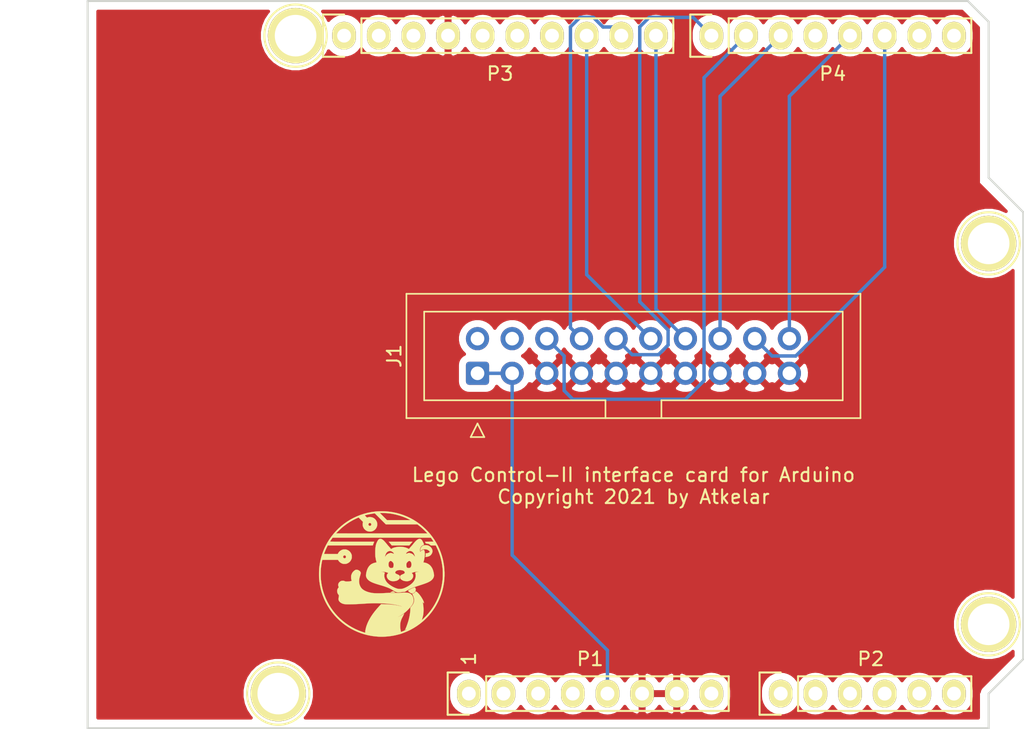
<source format=kicad_pcb>
(kicad_pcb (version 20171130) (host pcbnew 5.1.10-88a1d61d58~88~ubuntu18.04.1)

  (general
    (thickness 1.6)
    (drawings 28)
    (tracks 39)
    (zones 0)
    (modules 10)
    (nets 13)
  )

  (page A4)
  (title_block
    (title "Arduino Shield for Lego Control")
    (date 2021-09-11)
    (rev 1)
    (company Atkelar)
  )

  (layers
    (0 F.Cu signal)
    (31 B.Cu signal)
    (32 B.Adhes user)
    (33 F.Adhes user)
    (34 B.Paste user)
    (35 F.Paste user)
    (36 B.SilkS user hide)
    (37 F.SilkS user)
    (38 B.Mask user)
    (39 F.Mask user)
    (40 Dwgs.User user)
    (41 Cmts.User user)
    (42 Eco1.User user)
    (43 Eco2.User user)
    (44 Edge.Cuts user)
    (45 Margin user)
    (46 B.CrtYd user)
    (47 F.CrtYd user)
    (48 B.Fab user)
    (49 F.Fab user)
  )

  (setup
    (last_trace_width 0.25)
    (trace_clearance 0.2)
    (zone_clearance 0.508)
    (zone_45_only no)
    (trace_min 0.2)
    (via_size 0.6)
    (via_drill 0.4)
    (via_min_size 0.4)
    (via_min_drill 0.3)
    (uvia_size 0.3)
    (uvia_drill 0.1)
    (uvias_allowed no)
    (uvia_min_size 0.2)
    (uvia_min_drill 0.1)
    (edge_width 0.15)
    (segment_width 0.15)
    (pcb_text_width 0.3)
    (pcb_text_size 1.5 1.5)
    (mod_edge_width 0.15)
    (mod_text_size 1 1)
    (mod_text_width 0.15)
    (pad_size 4.064 4.064)
    (pad_drill 3.048)
    (pad_to_mask_clearance 0)
    (aux_axis_origin 110.998 126.365)
    (grid_origin 110.998 126.365)
    (visible_elements FFFFFF7F)
    (pcbplotparams
      (layerselection 0x00030_80000001)
      (usegerberextensions false)
      (usegerberattributes true)
      (usegerberadvancedattributes true)
      (creategerberjobfile true)
      (excludeedgelayer true)
      (linewidth 0.100000)
      (plotframeref false)
      (viasonmask false)
      (mode 1)
      (useauxorigin false)
      (hpglpennumber 1)
      (hpglpenspeed 20)
      (hpglpendiameter 15.000000)
      (psnegative false)
      (psa4output false)
      (plotreference true)
      (plotvalue true)
      (plotinvisibletext false)
      (padsonsilk false)
      (subtractmaskfromsilk false)
      (outputformat 1)
      (mirror false)
      (drillshape 1)
      (scaleselection 1)
      (outputdirectory ""))
  )

  (net 0 "")
  (net 1 +5V)
  (net 2 GND)
  (net 3 "/A4(SDA)")
  (net 4 "/A5(SCL)")
  (net 5 "/9(**)")
  (net 6 /8)
  (net 7 /7)
  (net 8 "/6(**)")
  (net 9 "/5(**)")
  (net 10 "/3(**)")
  (net 11 /2)
  (net 12 "/10(**/SS)")

  (net_class Default "This is the default net class."
    (clearance 0.2)
    (trace_width 0.25)
    (via_dia 0.6)
    (via_drill 0.4)
    (uvia_dia 0.3)
    (uvia_drill 0.1)
    (add_net +5V)
    (add_net "/10(**/SS)")
    (add_net /2)
    (add_net "/3(**)")
    (add_net "/5(**)")
    (add_net "/6(**)")
    (add_net /7)
    (add_net /8)
    (add_net "/9(**)")
    (add_net "/A4(SDA)")
    (add_net "/A5(SCL)")
    (add_net GND)
  )

  (module Atkelar_Custom:Atkelar-Logo-2 (layer F.Cu) (tedit 0) (tstamp 613196B0)
    (at 132.588 114.935)
    (fp_text reference G*** (at 0 0) (layer F.SilkS) hide
      (effects (font (size 1.524 1.524) (thickness 0.3)))
    )
    (fp_text value LOGO (at 0.75 0) (layer F.SilkS) hide
      (effects (font (size 1.524 1.524) (thickness 0.3)))
    )
    (fp_poly (pts (xy 2.102766 -2.115344) (xy 1.983088 -1.976437) (xy 1.342778 -1.976823) (xy 0.702469 -1.977208)
      (xy 0.66675 -2.021486) (xy 0.644902 -2.0482) (xy 0.617475 -2.081216) (xy 0.58924 -2.114803)
      (xy 0.579438 -2.126351) (xy 0.553743 -2.156795) (xy 0.528635 -2.187002) (xy 0.508097 -2.212164)
      (xy 0.50138 -2.220594) (xy 0.474916 -2.25425) (xy 2.222444 -2.25425) (xy 2.102766 -2.115344)) (layer F.SilkS) (width 0.01))
    (fp_poly (pts (xy 3.23483 -1.998162) (xy 3.288843 -1.991973) (xy 3.305487 -1.988706) (xy 3.385778 -1.96361)
      (xy 3.460057 -1.926212) (xy 3.526708 -1.878108) (xy 3.584118 -1.820897) (xy 3.630673 -1.756176)
      (xy 3.664758 -1.685543) (xy 3.684208 -1.613897) (xy 3.689246 -1.561742) (xy 3.68526 -1.511236)
      (xy 3.671497 -1.458479) (xy 3.647201 -1.399573) (xy 3.639778 -1.384205) (xy 3.598272 -1.315508)
      (xy 3.547141 -1.258383) (xy 3.485842 -1.212505) (xy 3.413828 -1.17755) (xy 3.330555 -1.153193)
      (xy 3.235476 -1.139107) (xy 3.227584 -1.138434) (xy 3.160082 -1.132957) (xy 3.172651 -1.17965)
      (xy 3.179238 -1.214323) (xy 3.183817 -1.259846) (xy 3.185905 -1.311264) (xy 3.185951 -1.315641)
      (xy 3.186682 -1.404937) (xy 3.232044 -1.404937) (xy 3.267288 -1.406673) (xy 3.304526 -1.411068)
      (xy 3.319469 -1.413745) (xy 3.349733 -1.422602) (xy 3.38517 -1.436713) (xy 3.421112 -1.453796)
      (xy 3.452892 -1.47157) (xy 3.475844 -1.487753) (xy 3.481024 -1.492725) (xy 3.487665 -1.501502)
      (xy 3.488555 -1.510245) (xy 3.482463 -1.522762) (xy 3.46816 -1.54286) (xy 3.462311 -1.550636)
      (xy 3.414609 -1.601081) (xy 3.355766 -1.642319) (xy 3.288163 -1.673459) (xy 3.214182 -1.693609)
      (xy 3.136206 -1.701876) (xy 3.066917 -1.698702) (xy 3.009841 -1.690051) (xy 2.963379 -1.677794)
      (xy 2.922328 -1.659699) (xy 2.881487 -1.63354) (xy 2.841771 -1.60223) (xy 2.79172 -1.560408)
      (xy 2.796021 -1.639438) (xy 2.806899 -1.722581) (xy 2.829876 -1.795609) (xy 2.864856 -1.85838)
      (xy 2.911745 -1.910753) (xy 2.970446 -1.952587) (xy 3.023241 -1.977376) (xy 3.065517 -1.989005)
      (xy 3.118191 -1.996478) (xy 3.176288 -1.999598) (xy 3.23483 -1.998162)) (layer F.SilkS) (width 0.01))
    (fp_poly (pts (xy 2.814875 -2.448599) (xy 2.860626 -2.41947) (xy 2.89032 -2.390735) (xy 2.908772 -2.366923)
      (xy 2.929879 -2.334321) (xy 2.952533 -2.295275) (xy 2.975626 -2.252129) (xy 2.998049 -2.207227)
      (xy 3.018693 -2.162916) (xy 3.036451 -2.12154) (xy 3.050213 -2.085444) (xy 3.058872 -2.056973)
      (xy 3.061319 -2.038472) (xy 3.059348 -2.033136) (xy 3.04842 -2.02675) (xy 3.027768 -2.01692)
      (xy 3.008313 -2.008493) (xy 2.936141 -1.971273) (xy 2.876895 -1.925106) (xy 2.830749 -1.870144)
      (xy 2.811085 -1.836359) (xy 2.790997 -1.787068) (xy 2.775009 -1.729772) (xy 2.764917 -1.672018)
      (xy 2.762294 -1.631316) (xy 2.763724 -1.596371) (xy 2.767498 -1.563863) (xy 2.772931 -1.53736)
      (xy 2.779334 -1.520434) (xy 2.784451 -1.516172) (xy 2.792644 -1.521039) (xy 2.809668 -1.533922)
      (xy 2.832389 -1.552407) (xy 2.841625 -1.560195) (xy 2.899003 -1.604839) (xy 2.949756 -1.635519)
      (xy 2.993759 -1.652208) (xy 3.030881 -1.654879) (xy 3.060996 -1.643505) (xy 3.083976 -1.61806)
      (xy 3.08758 -1.611523) (xy 3.096564 -1.586878) (xy 3.105399 -1.550269) (xy 3.113488 -1.505601)
      (xy 3.120231 -1.456779) (xy 3.125028 -1.407708) (xy 3.12728 -1.362292) (xy 3.127375 -1.352276)
      (xy 3.124931 -1.286156) (xy 3.118059 -1.209301) (xy 3.107453 -1.126001) (xy 3.093805 -1.040548)
      (xy 3.077806 -0.957234) (xy 3.060149 -0.88035) (xy 3.041526 -0.814187) (xy 3.039618 -0.808263)
      (xy 3.029537 -0.777204) (xy 3.021641 -0.752471) (xy 3.017012 -0.737475) (xy 3.01625 -0.734596)
      (xy 3.023408 -0.732594) (xy 3.041945 -0.729631) (xy 3.061636 -0.727101) (xy 3.125317 -0.716162)
      (xy 3.194514 -0.698454) (xy 3.261561 -0.676058) (xy 3.287024 -0.665846) (xy 3.382636 -0.616753)
      (xy 3.469065 -0.554757) (xy 3.546137 -0.480026) (xy 3.613678 -0.39273) (xy 3.670851 -0.29436)
      (xy 3.696377 -0.237403) (xy 3.720442 -0.172217) (xy 3.742414 -0.101676) (xy 3.761657 -0.028653)
      (xy 3.777538 0.04398) (xy 3.789423 0.113349) (xy 3.796677 0.176581) (xy 3.798666 0.230803)
      (xy 3.795374 0.269851) (xy 3.773268 0.350235) (xy 3.736328 0.427113) (xy 3.685423 0.499313)
      (xy 3.62142 0.565663) (xy 3.545188 0.624991) (xy 3.520417 0.641025) (xy 3.47692 0.667133)
      (xy 3.432549 0.691834) (xy 3.385861 0.715704) (xy 3.335414 0.739318) (xy 3.279764 0.763252)
      (xy 3.217471 0.788082) (xy 3.14709 0.814381) (xy 3.06718 0.842727) (xy 2.976297 0.873693)
      (xy 2.873001 0.907856) (xy 2.758281 0.945009) (xy 2.629228 0.986923) (xy 2.514464 1.025163)
      (xy 2.412932 1.060107) (xy 2.323573 1.092133) (xy 2.245326 1.121618) (xy 2.177134 1.148939)
      (xy 2.132418 1.168031) (xy 2.049274 1.206176) (xy 1.96416 1.248074) (xy 1.880668 1.291801)
      (xy 1.802389 1.335436) (xy 1.732915 1.377056) (xy 1.690688 1.404474) (xy 1.6709 1.416847)
      (xy 1.65325 1.424115) (xy 1.632271 1.427613) (xy 1.602497 1.428674) (xy 1.591343 1.428716)
      (xy 1.563485 1.429705) (xy 1.52352 1.43244) (xy 1.475084 1.436605) (xy 1.421809 1.441886)
      (xy 1.36733 1.447967) (xy 1.362071 1.448594) (xy 1.312219 1.454471) (xy 1.267525 1.459561)
      (xy 1.230457 1.463597) (xy 1.203482 1.466312) (xy 1.189067 1.46744) (xy 1.187571 1.467431)
      (xy 1.175485 1.465937) (xy 1.152879 1.463053) (xy 1.128656 1.459925) (xy 1.080958 1.452259)
      (xy 1.036961 1.441546) (xy 0.993806 1.426545) (xy 0.948634 1.406015) (xy 0.898586 1.378714)
      (xy 0.840804 1.343401) (xy 0.800832 1.317588) (xy 0.723583 1.269492) (xy 0.642239 1.223997)
      (xy 0.555287 1.180483) (xy 0.461212 1.138329) (xy 0.3585 1.096914) (xy 0.245638 1.055619)
      (xy 0.121111 1.013823) (xy -0.016593 0.970905) (xy -0.119062 0.94061) (xy -0.24708 0.902931)
      (xy -0.36096 0.868181) (xy -0.462058 0.835837) (xy -0.551731 0.805372) (xy -0.631336 0.776262)
      (xy -0.702228 0.747983) (xy -0.765765 0.720009) (xy -0.823303 0.691814) (xy -0.876199 0.662876)
      (xy -0.925808 0.632668) (xy -0.941858 0.622219) (xy -1.013564 0.566889) (xy -1.075715 0.502809)
      (xy -1.126518 0.43229) (xy -1.164182 0.357641) (xy -1.177954 0.318044) (xy -1.188116 0.261771)
      (xy -1.18937 0.192639) (xy -1.181742 0.110912) (xy -1.165253 0.016856) (xy -1.152819 -0.035856)
      (xy -0.07125 -0.035856) (xy -0.060711 -0.033461) (xy -0.035136 -0.032358) (xy -0.031223 -0.032308)
      (xy 0.040711 -0.027183) (xy 0.111201 -0.014193) (xy 0.153268 -0.00187) (xy 0.175882 0.007061)
      (xy 0.186205 0.014956) (xy 0.187362 0.024569) (xy 0.186594 0.027534) (xy 0.176394 0.066817)
      (xy 0.166798 0.113191) (xy 0.158735 0.161117) (xy 0.153133 0.205053) (xy 0.150921 0.23946)
      (xy 0.150917 0.240444) (xy 0.157694 0.324279) (xy 0.177559 0.412187) (xy 0.209339 0.501262)
      (xy 0.251862 0.588598) (xy 0.303957 0.67129) (xy 0.346893 0.726507) (xy 0.41195 0.794771)
      (xy 0.490056 0.863016) (xy 0.578464 0.929631) (xy 0.67443 0.993) (xy 0.775208 1.051511)
      (xy 0.878052 1.10355) (xy 0.980215 1.147503) (xy 1.078953 1.181756) (xy 1.154906 1.201362)
      (xy 1.20668 1.209015) (xy 1.267897 1.212852) (xy 1.332587 1.212855) (xy 1.39478 1.209008)
      (xy 1.443765 1.202222) (xy 1.501893 1.189434) (xy 1.558607 1.172964) (xy 1.617626 1.151473)
      (xy 1.682669 1.123616) (xy 1.750219 1.091608) (xy 1.888297 1.018373) (xy 2.01128 0.941411)
      (xy 2.11909 0.860786) (xy 2.211652 0.776566) (xy 2.288886 0.688817) (xy 2.350718 0.597604)
      (xy 2.372522 0.557391) (xy 2.38683 0.526267) (xy 2.403002 0.487001) (xy 2.418191 0.446614)
      (xy 2.422459 0.43436) (xy 2.441379 0.360441) (xy 2.451211 0.280064) (xy 2.451596 0.19929)
      (xy 2.442178 0.124183) (xy 2.441092 0.119063) (xy 2.431499 0.075911) (xy 2.425303 0.045685)
      (xy 2.423199 0.025666) (xy 2.425881 0.013135) (xy 2.434046 0.005373) (xy 2.448387 -0.000337)
      (xy 2.469602 -0.006715) (xy 2.473576 -0.007946) (xy 2.512833 -0.017578) (xy 2.560585 -0.025253)
      (xy 2.607274 -0.029652) (xy 2.643727 -0.032513) (xy 2.664883 -0.035747) (xy 2.671303 -0.039057)
      (xy 2.663549 -0.042145) (xy 2.642186 -0.044715) (xy 2.607775 -0.046469) (xy 2.574309 -0.047067)
      (xy 2.491052 -0.0445) (xy 2.411332 -0.03605) (xy 2.340377 -0.022319) (xy 2.325688 -0.018433)
      (xy 2.296617 -0.009371) (xy 2.264117 0.002163) (xy 2.231604 0.014767) (xy 2.202492 0.027038)
      (xy 2.180196 0.037573) (xy 2.168133 0.044971) (xy 2.166938 0.046755) (xy 2.172202 0.054891)
      (xy 2.185799 0.070078) (xy 2.19936 0.083717) (xy 2.228239 0.114457) (xy 2.247642 0.143487)
      (xy 2.259283 0.175278) (xy 2.264876 0.214301) (xy 2.266156 0.257969) (xy 2.265782 0.295533)
      (xy 2.263896 0.322714) (xy 2.259358 0.344998) (xy 2.251023 0.367874) (xy 2.237751 0.396827)
      (xy 2.236857 0.3987) (xy 2.1953 0.467902) (xy 2.142019 0.526885) (xy 2.077954 0.575003)
      (xy 2.004046 0.611609) (xy 1.921237 0.636057) (xy 1.881684 0.642869) (xy 1.828552 0.646764)
      (xy 1.76635 0.646) (xy 1.701031 0.641047) (xy 1.638545 0.632378) (xy 1.584847 0.620464)
      (xy 1.579563 0.618925) (xy 1.522152 0.597012) (xy 1.462524 0.566237) (xy 1.4074 0.530365)
      (xy 1.375739 0.504818) (xy 1.347766 0.474903) (xy 1.329082 0.442138) (xy 1.318298 0.402761)
      (xy 1.314022 0.353009) (xy 1.313802 0.337344) (xy 1.316071 0.296337) (xy 1.324246 0.262413)
      (xy 1.340023 0.23369) (xy 1.365097 0.208285) (xy 1.401164 0.184317) (xy 1.449919 0.159902)
      (xy 1.488799 0.143076) (xy 1.544495 0.118917) (xy 1.586582 0.09788) (xy 1.616638 0.07847)
      (xy 1.636243 0.059192) (xy 1.646976 0.038552) (xy 1.650416 0.015053) (xy 1.648772 -0.008384)
      (xy 1.635562 -0.048921) (xy 1.608078 -0.08465) (xy 1.567333 -0.115054) (xy 1.514338 -0.139613)
      (xy 1.450106 -0.157807) (xy 1.375648 -0.169118) (xy 1.329531 -0.172264) (xy 1.249927 -0.172207)
      (xy 1.180846 -0.164607) (xy 1.118533 -0.148856) (xy 1.072926 -0.130851) (xy 1.026353 -0.104337)
      (xy 0.990717 -0.07327) (xy 0.966743 -0.039414) (xy 0.955158 -0.004533) (xy 0.956687 0.029611)
      (xy 0.972059 0.061254) (xy 0.98714 0.077363) (xy 1.005248 0.089716) (xy 1.03399 0.105348)
      (xy 1.069096 0.122069) (xy 1.099049 0.134819) (xy 1.16159 0.161853) (xy 1.210013 0.187619)
      (xy 1.245826 0.213636) (xy 1.27054 0.241425) (xy 1.285663 0.272505) (xy 1.292706 0.308396)
      (xy 1.293682 0.330785) (xy 1.291664 0.382446) (xy 1.284306 0.42273) (xy 1.270116 0.455664)
      (xy 1.247604 0.485273) (xy 1.230085 0.502565) (xy 1.171046 0.550562) (xy 1.109725 0.587323)
      (xy 1.042963 0.614141) (xy 0.967603 0.632311) (xy 0.889 0.642413) (xy 0.799788 0.646831)
      (xy 0.72172 0.642854) (xy 0.652071 0.629815) (xy 0.588117 0.607043) (xy 0.527132 0.57387)
      (xy 0.482974 0.542742) (xy 0.426616 0.489508) (xy 0.38155 0.425155) (xy 0.359182 0.379382)
      (xy 0.348174 0.350085) (xy 0.341731 0.322952) (xy 0.338751 0.291628) (xy 0.338117 0.257969)
      (xy 0.341449 0.202328) (xy 0.352569 0.157493) (xy 0.373 0.119682) (xy 0.404266 0.085113)
      (xy 0.409778 0.080156) (xy 0.444592 0.049511) (xy 0.42605 0.037362) (xy 0.401678 0.024789)
      (xy 0.365845 0.010566) (xy 0.322685 -0.003993) (xy 0.276332 -0.017578) (xy 0.230922 -0.028876)
      (xy 0.195461 -0.035814) (xy 0.158336 -0.040532) (xy 0.115175 -0.043974) (xy 0.06955 -0.046087)
      (xy 0.025032 -0.046819) (xy -0.014806 -0.046117) (xy -0.046392 -0.043929) (xy -0.066154 -0.040201)
      (xy -0.067469 -0.039687) (xy -0.07125 -0.035856) (xy -1.152819 -0.035856) (xy -1.142767 -0.078463)
      (xy -1.104615 -0.200158) (xy -1.056725 -0.309418) (xy -0.998977 -0.406441) (xy -0.931251 -0.491422)
      (xy -0.853426 -0.564557) (xy -0.836761 -0.577686) (xy -0.828067 -0.583406) (xy 0.464344 -0.583406)
      (xy 0.464635 -0.541684) (xy 0.465951 -0.511587) (xy 0.468956 -0.488872) (xy 0.474313 -0.469292)
      (xy 0.482686 -0.448603) (xy 0.486854 -0.439443) (xy 0.516928 -0.388162) (xy 0.553156 -0.350707)
      (xy 0.592334 -0.32866) (xy 0.623974 -0.322052) (xy 0.664366 -0.320819) (xy 0.707448 -0.324625)
      (xy 0.747161 -0.33313) (xy 0.76161 -0.338114) (xy 0.785196 -0.351069) (xy 0.80306 -0.369943)
      (xy 0.815965 -0.396799) (xy 0.824673 -0.433702) (xy 0.829945 -0.482715) (xy 0.832117 -0.529135)
      (xy 0.833041 -0.565575) (xy 1.774255 -0.565575) (xy 1.774265 -0.547687) (xy 1.775723 -0.487993)
      (xy 1.78012 -0.4415) (xy 1.787959 -0.405725) (xy 1.799745 -0.378181) (xy 1.812234 -0.360542)
      (xy 1.836862 -0.342362) (xy 1.872315 -0.329453) (xy 1.914305 -0.322219) (xy 1.958544 -0.321069)
      (xy 2.000746 -0.326408) (xy 2.036623 -0.338644) (xy 2.037629 -0.33916) (xy 2.072317 -0.365576)
      (xy 2.101658 -0.404729) (xy 2.124506 -0.454043) (xy 2.139717 -0.510946) (xy 2.146146 -0.572865)
      (xy 2.146284 -0.583406) (xy 2.140253 -0.656714) (xy 2.121848 -0.721233) (xy 2.094428 -0.773035)
      (xy 2.062901 -0.811163) (xy 2.028817 -0.833731) (xy 1.991569 -0.840934) (xy 1.950547 -0.832967)
      (xy 1.931948 -0.825097) (xy 1.900676 -0.805145) (xy 1.866316 -0.775616) (xy 1.833242 -0.740941)
      (xy 1.805831 -0.705553) (xy 1.793329 -0.684671) (xy 1.785132 -0.667183) (xy 1.779649 -0.650288)
      (xy 1.776358 -0.630227) (xy 1.774734 -0.603243) (xy 1.774255 -0.565575) (xy 0.833041 -0.565575)
      (xy 0.833215 -0.572431) (xy 0.833201 -0.603588) (xy 0.831644 -0.626331) (xy 0.828113 -0.644381)
      (xy 0.822176 -0.661461) (xy 0.814866 -0.678108) (xy 0.793142 -0.714951) (xy 0.762645 -0.752958)
      (xy 0.72759 -0.787748) (xy 0.692192 -0.814941) (xy 0.672938 -0.825609) (xy 0.64481 -0.835359)
      (xy 0.616244 -0.840803) (xy 0.609026 -0.841201) (xy 0.578962 -0.833929) (xy 0.54806 -0.813163)
      (xy 0.518561 -0.780983) (xy 0.492707 -0.739468) (xy 0.487247 -0.728246) (xy 0.477379 -0.705696)
      (xy 0.470833 -0.686101) (xy 0.466934 -0.665199) (xy 0.465008 -0.638724) (xy 0.464382 -0.602415)
      (xy 0.464344 -0.583406) (xy -0.828067 -0.583406) (xy -0.77741 -0.616734) (xy -0.706817 -0.652785)
      (xy -0.629576 -0.683971) (xy -0.550279 -0.708423) (xy -0.478234 -0.723557) (xy -0.448364 -0.729116)
      (xy -0.425663 -0.73507) (xy -0.41378 -0.740394) (xy -0.412851 -0.741924) (xy -0.415183 -0.752906)
      (xy -0.421281 -0.774753) (xy -0.429951 -0.803253) (xy -0.432413 -0.811024) (xy -0.449025 -0.870469)
      (xy -0.465625 -0.944413) (xy -0.481931 -1.031479) (xy -0.497663 -1.130294) (xy -0.49778 -1.131094)
      (xy -0.500809 -1.158235) (xy 0.206375 -1.158235) (xy 0.206853 -1.146435) (xy 0.209337 -1.142699)
      (xy 0.215398 -1.148445) (xy 0.22661 -1.165094) (xy 0.242662 -1.19099) (xy 0.264169 -1.223664)
      (xy 0.287843 -1.255934) (xy 0.309098 -1.281603) (xy 0.312115 -1.284838) (xy 0.363816 -1.330139)
      (xy 0.424895 -1.366894) (xy 0.498152 -1.396783) (xy 0.499104 -1.397103) (xy 0.548088 -1.412515)
      (xy 0.589135 -1.422302) (xy 0.625976 -1.426262) (xy 0.662343 -1.424192) (xy 0.701968 -1.415891)
      (xy 0.748583 -1.401155) (xy 0.803819 -1.380596) (xy 0.828493 -1.372045) (xy 0.846917 -1.367489)
      (xy 0.854382 -1.367673) (xy 0.856403 -1.376925) (xy 1.745929 -1.376925) (xy 1.749375 -1.368017)
      (xy 1.764184 -1.36758) (xy 1.791217 -1.375261) (xy 1.831333 -1.390706) (xy 1.838074 -1.393481)
      (xy 1.886979 -1.412074) (xy 1.927658 -1.422833) (xy 1.965398 -1.426251) (xy 2.005488 -1.422823)
      (xy 2.051523 -1.41345) (xy 2.134595 -1.388323) (xy 2.205389 -1.354846) (xy 2.26589 -1.31164)
      (xy 2.318082 -1.257325) (xy 2.357853 -1.200651) (xy 2.374941 -1.173445) (xy 2.385721 -1.158416)
      (xy 2.391819 -1.15399) (xy 2.394861 -1.158592) (xy 2.395764 -1.163948) (xy 2.394626 -1.180761)
      (xy 2.389344 -1.207765) (xy 2.380929 -1.24014) (xy 2.37707 -1.253013) (xy 2.344887 -1.338638)
      (xy 2.305932 -1.411581) (xy 2.260714 -1.471386) (xy 2.209742 -1.517602) (xy 2.153525 -1.549773)
      (xy 2.092574 -1.567448) (xy 2.027397 -1.570171) (xy 2.021486 -1.56968) (xy 1.966826 -1.558238)
      (xy 1.910034 -1.535323) (xy 1.855547 -1.503545) (xy 1.807801 -1.465513) (xy 1.771233 -1.423838)
      (xy 1.769685 -1.421568) (xy 1.752986 -1.394658) (xy 1.745929 -1.376925) (xy 0.856403 -1.376925)
      (xy 0.857337 -1.381196) (xy 0.849127 -1.40235) (xy 0.831016 -1.428892) (xy 0.80427 -1.458579)
      (xy 0.801699 -1.461117) (xy 0.741947 -1.510199) (xy 0.679256 -1.544469) (xy 0.615093 -1.564112)
      (xy 0.550928 -1.569313) (xy 0.488229 -1.560258) (xy 0.428464 -1.537132) (xy 0.373103 -1.50012)
      (xy 0.323612 -1.449407) (xy 0.287593 -1.396252) (xy 0.273057 -1.367247) (xy 0.257277 -1.329922)
      (xy 0.241588 -1.288193) (xy 0.227328 -1.245978) (xy 0.215833 -1.207194) (xy 0.20844 -1.175756)
      (xy 0.206375 -1.158235) (xy -0.500809 -1.158235) (xy -0.503224 -1.17986) (xy -0.507387 -1.241352)
      (xy -0.510273 -1.312472) (xy -0.511885 -1.390124) (xy -0.512227 -1.471209) (xy -0.511304 -1.55263)
      (xy -0.509119 -1.631291) (xy -0.505676 -1.704093) (xy -0.500979 -1.76794) (xy -0.49693 -1.805781)
      (xy -0.485257 -1.890563) (xy -0.472795 -1.963084) (xy -0.458485 -2.026957) (xy -0.441268 -2.085794)
      (xy -0.420084 -2.143207) (xy -0.393876 -2.202809) (xy -0.361584 -2.268212) (xy -0.361086 -2.26918)
      (xy -0.325262 -2.333379) (xy -0.290669 -2.383137) (xy -0.255898 -2.419665) (xy -0.219536 -2.444177)
      (xy -0.180174 -2.457885) (xy -0.136745 -2.462003) (xy -0.098067 -2.458932) (xy -0.059495 -2.44956)
      (xy -0.020086 -2.433102) (xy 0.021102 -2.408777) (xy 0.065009 -2.375801) (xy 0.112577 -2.333391)
      (xy 0.164748 -2.280765) (xy 0.222465 -2.217141) (xy 0.286667 -2.141734) (xy 0.358297 -2.053763)
      (xy 0.366175 -2.043906) (xy 0.388084 -2.017307) (xy 0.417349 -1.982979) (xy 0.450561 -1.944863)
      (xy 0.484313 -1.906898) (xy 0.493384 -1.896846) (xy 0.52551 -1.860866) (xy 0.556906 -1.824805)
      (xy 0.584564 -1.792175) (xy 0.60548 -1.766488) (xy 0.610549 -1.759924) (xy 0.627575 -1.737723)
      (xy 0.640488 -1.721541) (xy 0.646734 -1.714568) (xy 0.646898 -1.7145) (xy 0.654188 -1.71827)
      (xy 0.671353 -1.728162) (xy 0.694703 -1.74205) (xy 0.695125 -1.742304) (xy 0.772711 -1.782031)
      (xy 0.862747 -1.815895) (xy 0.96271 -1.843319) (xy 1.070083 -1.863725) (xy 1.182344 -1.876538)
      (xy 1.296972 -1.88118) (xy 1.30175 -1.881187) (xy 1.447692 -1.87506) (xy 1.583881 -1.856623)
      (xy 1.710689 -1.825792) (xy 1.828488 -1.782483) (xy 1.90313 -1.746136) (xy 1.932775 -1.730618)
      (xy 1.951674 -1.722312) (xy 1.96275 -1.72035) (xy 1.968922 -1.723865) (xy 1.970423 -1.726156)
      (xy 1.981737 -1.742584) (xy 2.002499 -1.768892) (xy 2.03128 -1.803394) (xy 2.066654 -1.844403)
      (xy 2.107193 -1.890233) (xy 2.141712 -1.928497) (xy 2.173324 -1.963742) (xy 2.203689 -1.998483)
      (xy 2.229969 -2.029411) (xy 2.249323 -2.053216) (xy 2.254093 -2.059466) (xy 2.299716 -2.118704)
      (xy 2.348892 -2.178411) (xy 2.399155 -2.235855) (xy 2.448038 -2.288303) (xy 2.493074 -2.333022)
      (xy 2.5318 -2.367279) (xy 2.532063 -2.367492) (xy 2.596769 -2.414008) (xy 2.657122 -2.445358)
      (xy 2.713404 -2.461561) (xy 2.765894 -2.462636) (xy 2.814875 -2.448599)) (layer F.SilkS) (width 0.01))
    (fp_poly (pts (xy 0.816711 1.38636) (xy 0.845344 1.401836) (xy 0.871968 1.419166) (xy 0.902785 1.4378)
      (xy 0.915816 1.445229) (xy 0.937017 1.457661) (xy 0.945672 1.465175) (xy 0.943508 1.469808)
      (xy 0.938403 1.471842) (xy 0.925754 1.4733) (xy 0.899929 1.474367) (xy 0.863625 1.475001)
      (xy 0.819538 1.475157) (xy 0.770364 1.474792) (xy 0.762386 1.474685) (xy 0.602504 1.472406)
      (xy 0.624705 1.454553) (xy 0.64265 1.443481) (xy 0.671067 1.429509) (xy 0.705309 1.414577)
      (xy 0.74073 1.400627) (xy 0.772682 1.389598) (xy 0.79375 1.383949) (xy 0.816711 1.38636)) (layer F.SilkS) (width 0.01))
    (fp_poly (pts (xy 2.396767 1.106123) (xy 2.41258 1.114021) (xy 2.424528 1.130363) (xy 2.435308 1.155731)
      (xy 2.435697 1.156789) (xy 2.450604 1.203488) (xy 2.457307 1.2431) (xy 2.456308 1.281812)
      (xy 2.449103 1.321594) (xy 2.429069 1.382237) (xy 2.398777 1.432371) (xy 2.356845 1.473554)
      (xy 2.301892 1.507344) (xy 2.272784 1.520455) (xy 2.220825 1.536408) (xy 2.173161 1.538629)
      (xy 2.125916 1.526999) (xy 2.099469 1.515048) (xy 2.053636 1.489085) (xy 2.008263 1.459167)
      (xy 1.967688 1.428412) (xy 1.936249 1.399937) (xy 1.930071 1.393252) (xy 1.910653 1.365935)
      (xy 1.905796 1.342914) (xy 1.91574 1.321636) (xy 1.938734 1.300987) (xy 1.963964 1.284788)
      (xy 2.000756 1.264119) (xy 2.045968 1.240495) (xy 2.096457 1.21543) (xy 2.149083 1.190439)
      (xy 2.200702 1.167036) (xy 2.248174 1.146736) (xy 2.288355 1.131053) (xy 2.299173 1.127253)
      (xy 2.342761 1.113322) (xy 2.374393 1.106084) (xy 2.396767 1.106123)) (layer F.SilkS) (width 0.01))
    (fp_poly (pts (xy 0.063557 -4.484306) (xy 0.139502 -4.48319) (xy 0.208154 -4.481391) (xy 0.266303 -4.478908)
      (xy 0.297656 -4.476871) (xy 0.563954 -4.449231) (xy 0.822226 -4.408453) (xy 1.073842 -4.354191)
      (xy 1.320171 -4.286105) (xy 1.562583 -4.203851) (xy 1.802447 -4.107085) (xy 1.839282 -4.090857)
      (xy 2.079713 -3.975195) (xy 2.311825 -3.846392) (xy 2.535177 -3.704995) (xy 2.749329 -3.551552)
      (xy 2.95384 -3.386611) (xy 3.14827 -3.21072) (xy 3.332178 -3.024426) (xy 3.505124 -2.828279)
      (xy 3.666668 -2.622826) (xy 3.816368 -2.408615) (xy 3.953785 -2.186193) (xy 4.078478 -1.95611)
      (xy 4.190006 -1.718913) (xy 4.287929 -1.47515) (xy 4.371806 -1.225369) (xy 4.441198 -0.970118)
      (xy 4.476698 -0.809625) (xy 4.523237 -0.540145) (xy 4.554042 -0.270798) (xy 4.569174 -0.00204)
      (xy 4.568695 0.265673) (xy 4.552666 0.531883) (xy 4.521148 0.796134) (xy 4.474201 1.057969)
      (xy 4.411888 1.316932) (xy 4.334268 1.572566) (xy 4.241404 1.824413) (xy 4.133356 2.072019)
      (xy 4.075348 2.19075) (xy 3.971162 2.385794) (xy 3.860229 2.571813) (xy 3.740401 2.752039)
      (xy 3.609526 2.929701) (xy 3.465456 3.108031) (xy 3.463277 3.110617) (xy 3.426716 3.152386)
      (xy 3.380739 3.202424) (xy 3.327707 3.258359) (xy 3.269982 3.317814) (xy 3.209926 3.378416)
      (xy 3.149901 3.43779) (xy 3.092267 3.493561) (xy 3.039387 3.543356) (xy 2.993622 3.5848)
      (xy 2.97905 3.597469) (xy 2.764895 3.770852) (xy 2.543607 3.930078) (xy 2.315236 4.075118)
      (xy 2.079834 4.205941) (xy 1.83745 4.322518) (xy 1.588136 4.424818) (xy 1.563688 4.433943)
      (xy 1.517976 4.45095) (xy 1.47592 4.466771) (xy 1.440389 4.480313) (xy 1.414253 4.490483)
      (xy 1.400969 4.495922) (xy 1.382537 4.50263) (xy 1.353746 4.511467) (xy 1.319683 4.520905)
      (xy 1.305719 4.524507) (xy 1.270744 4.533435) (xy 1.225799 4.545071) (xy 1.176249 4.558019)
      (xy 1.127459 4.570882) (xy 1.119188 4.573076) (xy 0.924587 4.619114) (xy 0.719839 4.65696)
      (xy 0.50862 4.686231) (xy 0.294601 4.706546) (xy 0.081458 4.717525) (xy -0.127135 4.718785)
      (xy -0.246267 4.714831) (xy -0.516942 4.69383) (xy -0.783806 4.657593) (xy -1.046347 4.606412)
      (xy -1.304051 4.540578) (xy -1.556406 4.460385) (xy -1.802897 4.366124) (xy -2.043012 4.258088)
      (xy -2.276236 4.136569) (xy -2.502058 4.00186) (xy -2.719962 3.854253) (xy -2.929437 3.694039)
      (xy -3.129968 3.521513) (xy -3.321043 3.336964) (xy -3.502147 3.140687) (xy -3.672768 2.932973)
      (xy -3.832392 2.714115) (xy -3.877511 2.647156) (xy -4.019355 2.418887) (xy -4.146534 2.18501)
      (xy -4.259132 1.945283) (xy -4.357234 1.699462) (xy -4.440926 1.447305) (xy -4.510292 1.188567)
      (xy -4.565417 0.923005) (xy -4.606385 0.650377) (xy -4.621144 0.515938) (xy -4.624827 0.466331)
      (xy -4.627709 0.403667) (xy -4.629804 0.330665) (xy -4.631125 0.250041) (xy -4.631683 0.164513)
      (xy -4.631672 0.159332) (xy -4.505032 0.159332) (xy -4.504106 0.250455) (xy -4.502205 0.337324)
      (xy -4.49933 0.417095) (xy -4.495481 0.486923) (xy -4.490655 0.543966) (xy -4.49025 0.547688)
      (xy -4.462225 0.764859) (xy -4.427447 0.970322) (xy -4.385239 1.167033) (xy -4.334919 1.35795)
      (xy -4.275808 1.546033) (xy -4.233533 1.664983) (xy -4.133204 1.91295) (xy -4.01935 2.152883)
      (xy -3.892373 2.384361) (xy -3.752676 2.606966) (xy -3.600663 2.820278) (xy -3.436736 3.023879)
      (xy -3.261299 3.217348) (xy -3.074754 3.400266) (xy -2.877506 3.572215) (xy -2.669956 3.732774)
      (xy -2.452509 3.881525) (xy -2.225567 4.018047) (xy -1.989534 4.141923) (xy -1.74625 4.25213)
      (xy -1.708496 4.267391) (xy -1.662768 4.285002) (xy -1.611305 4.304185) (xy -1.556345 4.324162)
      (xy -1.500128 4.344156) (xy -1.444892 4.363389) (xy -1.392875 4.381083) (xy -1.346317 4.39646)
      (xy -1.307454 4.408743) (xy -1.278527 4.417154) (xy -1.261773 4.420915) (xy -1.260078 4.421041)
      (xy -1.251793 4.418425) (xy -1.247563 4.407953) (xy -1.246182 4.38603) (xy -1.246141 4.379516)
      (xy -1.243184 4.326069) (xy -1.234866 4.26114) (xy -1.22186 4.187931) (xy -1.204837 4.109644)
      (xy -1.18447 4.029481) (xy -1.16143 3.950643) (xy -1.146584 3.90525) (xy -1.081007 3.73317)
      (xy -1.001429 3.55982) (xy -0.907643 3.384885) (xy -0.835074 3.266281) (xy 1.150938 3.266281)
      (xy 1.154906 3.27025) (xy 1.158875 3.266281) (xy 1.154906 3.262313) (xy 1.150938 3.266281)
      (xy -0.835074 3.266281) (xy -0.799442 3.208047) (xy -0.676618 3.02899) (xy -0.538964 2.847397)
      (xy -0.386273 2.662951) (xy -0.218339 2.475336) (xy -0.195128 2.45043) (xy -0.077834 2.325142)
      (xy 0.090067 2.32974) (xy 0.260742 2.335428) (xy 0.417645 2.342892) (xy 0.562805 2.352367)
      (xy 0.69825 2.364092) (xy 0.826009 2.378304) (xy 0.94811 2.395239) (xy 1.066582 2.415136)
      (xy 1.183454 2.438231) (xy 1.300753 2.464762) (xy 1.352322 2.47741) (xy 1.388689 2.486234)
      (xy 1.419054 2.493045) (xy 1.440351 2.497197) (xy 1.449514 2.49804) (xy 1.449605 2.497978)
      (xy 1.443808 2.494584) (xy 1.425748 2.487749) (xy 1.39839 2.478531) (xy 1.371252 2.469985)
      (xy 1.223813 2.428923) (xy 1.063655 2.391913) (xy 0.893517 2.359399) (xy 0.716141 2.331825)
      (xy 0.534266 2.309636) (xy 0.350633 2.293274) (xy 0.238125 2.286305) (xy 0.087029 2.278834)
      (xy -0.050669 2.272704) (xy -0.177391 2.267926) (xy -0.295559 2.264513) (xy -0.407594 2.262476)
      (xy -0.515918 2.261827) (xy -0.622953 2.262579) (xy -0.73112 2.264744) (xy -0.84284 2.268334)
      (xy -0.960536 2.273361) (xy -1.08663 2.279837) (xy -1.223542 2.287773) (xy -1.325562 2.294106)
      (xy -1.446304 2.301724) (xy -1.552957 2.308353) (xy -1.647269 2.314074) (xy -1.730991 2.318967)
      (xy -1.805873 2.323112) (xy -1.873664 2.326589) (xy -1.936113 2.32948) (xy -1.994971 2.331864)
      (xy -2.051986 2.333821) (xy -2.108909 2.335433) (xy -2.167488 2.336779) (xy -2.229474 2.33794)
      (xy -2.296616 2.338996) (xy -2.305844 2.339131) (xy -2.401061 2.340324) (xy -2.482238 2.340871)
      (xy -2.5512 2.340672) (xy -2.609773 2.339629) (xy -2.659781 2.337643) (xy -2.703051 2.334617)
      (xy -2.741406 2.33045) (xy -2.776674 2.325046) (xy -2.810678 2.318305) (xy -2.845245 2.310129)
      (xy -2.845762 2.309999) (xy -2.92489 2.284052) (xy -2.998618 2.248186) (xy -3.064583 2.204063)
      (xy -3.120423 2.153347) (xy -3.163776 2.0977) (xy -3.175098 2.07824) (xy -3.191737 2.041359)
      (xy -3.201998 2.003334) (xy -3.206013 1.961226) (xy -3.20392 1.912099) (xy -3.195852 1.853013)
      (xy -3.187513 1.808101) (xy -3.178393 1.760501) (xy -3.173172 1.725171) (xy -3.172262 1.698895)
      (xy -3.176078 1.678454) (xy -3.185034 1.660632) (xy -3.199543 1.64221) (xy -3.210378 1.630294)
      (xy -3.24878 1.577818) (xy -3.277217 1.514976) (xy -3.294887 1.444365) (xy -3.300987 1.368583)
      (xy -3.300142 1.339603) (xy -3.291178 1.272334) (xy -3.271924 1.214347) (xy -3.24091 1.161724)
      (xy -3.226301 1.143) (xy -3.207667 1.119115) (xy -3.196879 1.099265) (xy -3.19358 1.079246)
      (xy -3.197416 1.054853) (xy -3.208031 1.021882) (xy -3.214564 1.004094) (xy -3.227649 0.947083)
      (xy -3.226589 0.887295) (xy -3.212096 0.827546) (xy -3.184881 0.770655) (xy -3.145654 0.71944)
      (xy -3.14172 0.715369) (xy -3.085454 0.667405) (xy -3.025135 0.6344) (xy -2.958975 0.6156)
      (xy -2.892239 0.610203) (xy -2.858992 0.611002) (xy -2.831533 0.614271) (xy -2.803962 0.621274)
      (xy -2.770383 0.633277) (xy -2.753333 0.640008) (xy -2.72253 0.652139) (xy -2.698551 0.660407)
      (xy -2.677017 0.66552) (xy -2.65355 0.668186) (xy -2.623773 0.669111) (xy -2.583305 0.669005)
      (xy -2.574344 0.668929) (xy -2.527993 0.667841) (xy -2.480612 0.665568) (xy -2.437972 0.66245)
      (xy -2.407656 0.659095) (xy -2.377674 0.653972) (xy -2.343861 0.646936) (xy -2.309727 0.638885)
      (xy -2.27878 0.630722) (xy -2.254529 0.623346) (xy -2.240483 0.617659) (xy -2.238375 0.615635)
      (xy -2.240366 0.6072) (xy -2.245739 0.586848) (xy -2.253592 0.557947) (xy -2.260064 0.534504)
      (xy -2.269452 0.498462) (xy -2.275714 0.46722) (xy -2.279448 0.435657) (xy -2.281255 0.39865)
      (xy -2.281732 0.351077) (xy -2.281732 0.34925) (xy -2.281416 0.30374) (xy -2.280114 0.269752)
      (xy -2.27726 0.242937) (xy -2.272292 0.218948) (xy -2.264643 0.193437) (xy -2.259583 0.178594)
      (xy -2.235279 0.11368) (xy -2.211077 0.060532) (xy -2.184657 0.015227) (xy -2.153703 -0.02616)
      (xy -2.115895 -0.06755) (xy -2.11158 -0.071908) (xy -2.055016 -0.123916) (xy -2.002292 -0.161691)
      (xy -1.951585 -0.185827) (xy -1.90107 -0.196923) (xy -1.848924 -0.195574) (xy -1.793324 -0.182376)
      (xy -1.783746 -0.179121) (xy -1.718071 -0.150341) (xy -1.663161 -0.114693) (xy -1.620129 -0.073373)
      (xy -1.590088 -0.027574) (xy -1.574149 0.021507) (xy -1.571799 0.048611) (xy -1.574189 0.070447)
      (xy -1.581066 0.104527) (xy -1.591776 0.148071) (xy -1.605669 0.198303) (xy -1.611857 0.219267)
      (xy -1.635329 0.299534) (xy -1.653846 0.368071) (xy -1.668101 0.427986) (xy -1.678786 0.482386)
      (xy -1.686595 0.534378) (xy -1.691058 0.574451) (xy -1.694038 0.675378) (xy -1.684236 0.776513)
      (xy -1.66247 0.875583) (xy -1.629562 0.970314) (xy -1.586331 1.058432) (xy -1.533596 1.137665)
      (xy -1.472178 1.205737) (xy -1.459107 1.217652) (xy -1.375201 1.282126) (xy -1.277407 1.340201)
      (xy -1.166499 1.391571) (xy -1.043248 1.435929) (xy -0.908427 1.472971) (xy -0.762808 1.502391)
      (xy -0.724381 1.508584) (xy -0.65822 1.516642) (xy -0.578059 1.522861) (xy -0.485663 1.527243)
      (xy -0.382799 1.529789) (xy -0.271236 1.530502) (xy -0.152739 1.529382) (xy -0.029076 1.526431)
      (xy 0.097987 1.521651) (xy 0.226682 1.515044) (xy 0.341313 1.507617) (xy 0.457091 1.501424)
      (xy 0.588056 1.498298) (xy 0.734323 1.498239) (xy 0.896012 1.501246) (xy 0.9525 1.502902)
      (xy 1.051169 1.505312) (xy 1.13437 1.505773) (xy 1.20239 1.504284) (xy 1.254125 1.500974)
      (xy 1.389292 1.489786) (xy 1.51332 1.482726) (xy 1.625472 1.479792) (xy 1.725011 1.480977)
      (xy 1.811202 1.48628) (xy 1.883308 1.495694) (xy 1.924844 1.504686) (xy 2.008363 1.53419)
      (xy 2.082886 1.57585) (xy 2.147313 1.628788) (xy 2.200545 1.692124) (xy 2.236509 1.754188)
      (xy 2.269414 1.83876) (xy 2.290869 1.928628) (xy 2.300334 2.019832) (xy 2.297269 2.108417)
      (xy 2.290702 2.151341) (xy 2.275202 2.208831) (xy 2.251399 2.271511) (xy 2.22198 2.33311)
      (xy 2.189683 2.387278) (xy 2.155748 2.434044) (xy 2.11236 2.488844) (xy 2.061857 2.549081)
      (xy 2.006578 2.61216) (xy 1.948862 2.675486) (xy 1.891047 2.736464) (xy 1.835473 2.792498)
      (xy 1.784478 2.840993) (xy 1.765323 2.858194) (xy 1.681658 2.928749) (xy 1.59368 2.997409)
      (xy 1.503987 3.062413) (xy 1.415174 3.121997) (xy 1.329836 3.174398) (xy 1.250569 3.217853)
      (xy 1.200466 3.241835) (xy 1.181266 3.251228) (xy 1.170611 3.258154) (xy 1.169785 3.259993)
      (xy 1.178332 3.258509) (xy 1.198292 3.251007) (xy 1.226962 3.238735) (xy 1.261639 3.222941)
      (xy 1.299621 3.204871) (xy 1.338206 3.185772) (xy 1.374689 3.166893) (xy 1.393031 3.156971)
      (xy 1.432288 3.134266) (xy 1.477068 3.106755) (xy 1.520066 3.078977) (xy 1.537261 3.067341)
      (xy 1.610054 3.017116) (xy 1.597382 3.054386) (xy 1.589324 3.07439) (xy 1.575457 3.104989)
      (xy 1.557405 3.14275) (xy 1.536792 3.184242) (xy 1.525291 3.20675) (xy 1.502346 3.251243)
      (xy 1.479287 3.296036) (xy 1.458279 3.336923) (xy 1.441484 3.369693) (xy 1.436179 3.38008)
      (xy 1.411002 3.435528) (xy 1.386005 3.501645) (xy 1.36295 3.573307) (xy 1.343596 3.645386)
      (xy 1.34051 3.658587) (xy 1.332185 3.70621) (xy 1.325727 3.765526) (xy 1.321296 3.832446)
      (xy 1.31905 3.902879) (xy 1.319149 3.972736) (xy 1.32175 4.037926) (xy 1.324463 4.071938)
      (xy 1.328522 4.107409) (xy 1.334173 4.148864) (xy 1.340911 4.193374) (xy 1.34823 4.238008)
      (xy 1.355622 4.279837) (xy 1.362583 4.315933) (xy 1.368605 4.343367) (xy 1.373184 4.359207)
      (xy 1.37453 4.361676) (xy 1.38451 4.361322) (xy 1.408508 4.354792) (xy 1.445996 4.34227)
      (xy 1.496448 4.323939) (xy 1.559336 4.299981) (xy 1.614045 4.27855) (xy 1.659892 4.260273)
      (xy 1.69329 4.246357) (xy 1.716601 4.235451) (xy 1.732188 4.226204) (xy 1.742413 4.217265)
      (xy 1.74964 4.207283) (xy 1.754559 4.19821) (xy 1.763544 4.178474) (xy 1.764357 4.169138)
      (xy 1.759289 4.167188) (xy 1.745297 4.172796) (xy 1.73811 4.179338) (xy 1.726782 4.190805)
      (xy 1.707737 4.208095) (xy 1.689982 4.22334) (xy 1.651939 4.255192) (xy 1.686511 4.185393)
      (xy 1.715019 4.124012) (xy 1.746229 4.05008) (xy 1.779123 3.966479) (xy 1.812684 3.876091)
      (xy 1.845892 3.7818) (xy 1.877731 3.686486) (xy 1.907182 3.593032) (xy 1.933228 3.50432)
      (xy 1.952764 3.431517) (xy 1.9839 3.299206) (xy 2.010539 3.166183) (xy 2.032257 3.035366)
      (xy 2.048629 2.909676) (xy 2.059232 2.792032) (xy 2.06364 2.685354) (xy 2.063743 2.668073)
      (xy 2.06375 2.585803) (xy 2.120231 2.52123) (xy 2.187722 2.43914) (xy 2.241628 2.362451)
      (xy 2.282745 2.289843) (xy 2.31187 2.219993) (xy 2.321897 2.186781) (xy 2.332436 2.132365)
      (xy 2.338491 2.069664) (xy 2.339713 2.005723) (xy 2.335754 1.947581) (xy 2.334247 1.936865)
      (xy 2.323302 1.884322) (xy 2.306155 1.823164) (xy 2.284533 1.758531) (xy 2.260162 1.695561)
      (xy 2.23477 1.639394) (xy 2.23337 1.636589) (xy 2.2162 1.600056) (xy 2.207348 1.575567)
      (xy 2.207009 1.563682) (xy 2.207746 1.562995) (xy 2.220494 1.558694) (xy 2.24221 1.554254)
      (xy 2.251327 1.552869) (xy 2.302073 1.538445) (xy 2.351326 1.510499) (xy 2.395851 1.471286)
      (xy 2.428556 1.429248) (xy 2.4541 1.38944) (xy 2.481087 1.400716) (xy 2.523706 1.424102)
      (xy 2.571927 1.460476) (xy 2.624456 1.508529) (xy 2.679994 1.566952) (xy 2.737246 1.634435)
      (xy 2.794915 1.70967) (xy 2.815466 1.738313) (xy 2.86379 1.809674) (xy 2.908988 1.881896)
      (xy 2.950148 1.953143) (xy 2.98636 2.021575) (xy 3.016712 2.085355) (xy 3.040293 2.142646)
      (xy 3.056191 2.191608) (xy 3.063494 2.230405) (xy 3.063875 2.239211) (xy 3.060752 2.257314)
      (xy 3.051478 2.260904) (xy 3.036195 2.250045) (xy 3.015043 2.224797) (xy 3.007598 2.214461)
      (xy 2.991171 2.191743) (xy 2.978536 2.17558) (xy 2.972091 2.169016) (xy 2.971804 2.16905)
      (xy 2.972249 2.177268) (xy 2.975074 2.1982) (xy 2.979844 2.228937) (xy 2.986125 2.266571)
      (xy 2.988155 2.278292) (xy 3.005054 2.382247) (xy 3.017378 2.476123) (xy 3.025521 2.564917)
      (xy 3.029877 2.653628) (xy 3.03084 2.747253) (xy 3.02994 2.808439) (xy 3.027865 2.8753)
      (xy 3.024809 2.938753) (xy 3.020986 2.995456) (xy 3.016614 3.04207) (xy 3.013192 3.067844)
      (xy 3.003837 3.119237) (xy 2.991036 3.179752) (xy 2.975944 3.244663) (xy 2.959716 3.309241)
      (xy 2.943505 3.368759) (xy 2.928466 3.418488) (xy 2.925133 3.428516) (xy 2.91601 3.456415)
      (xy 2.909712 3.477781) (xy 2.907332 3.488845) (xy 2.907465 3.489548) (xy 2.914046 3.485447)
      (xy 2.930179 3.471701) (xy 2.954205 3.449906) (xy 2.984465 3.421658) (xy 3.019301 3.388553)
      (xy 3.057053 3.352187) (xy 3.096062 3.314154) (xy 3.134671 3.276052) (xy 3.17122 3.239475)
      (xy 3.204051 3.20602) (xy 3.226181 3.182938) (xy 3.401916 2.985538) (xy 3.5654 2.778201)
      (xy 3.71624 2.561548) (xy 3.854041 2.336196) (xy 3.97841 2.102766) (xy 4.088952 1.861878)
      (xy 4.130041 1.761471) (xy 4.212261 1.536375) (xy 4.281589 1.309286) (xy 4.338564 1.077919)
      (xy 4.383729 0.839993) (xy 4.417624 0.593223) (xy 4.426184 0.511969) (xy 4.431356 0.445551)
      (xy 4.435303 0.366655) (xy 4.438027 0.27863) (xy 4.439527 0.184827) (xy 4.439802 0.088595)
      (xy 4.438854 -0.006717) (xy 4.436681 -0.097758) (xy 4.433285 -0.181179) (xy 4.428664 -0.253631)
      (xy 4.426184 -0.281781) (xy 4.396683 -0.526571) (xy 4.356772 -0.761507) (xy 4.305731 -0.989093)
      (xy 4.24284 -1.211835) (xy 4.167379 -1.432236) (xy 4.078629 -1.652801) (xy 3.975869 -1.876033)
      (xy 3.95671 -1.914922) (xy 3.926118 -1.976437) (xy 3.574912 -1.976437) (xy 3.49837 -2.031043)
      (xy 3.465747 -2.054089) (xy 3.440115 -2.070833) (xy 3.41758 -2.082762) (xy 3.394247 -2.091368)
      (xy 3.366221 -2.09814) (xy 3.329607 -2.104567) (xy 3.290165 -2.110666) (xy 3.202923 -2.123959)
      (xy 3.169645 -2.183151) (xy 3.154471 -2.210682) (xy 3.142788 -2.232904) (xy 3.136455 -2.246242)
      (xy 3.13584 -2.248206) (xy 3.143378 -2.24954) (xy 3.165107 -2.25087) (xy 3.199344 -2.252154)
      (xy 3.244406 -2.25335) (xy 3.298608 -2.254415) (xy 3.360267 -2.255306) (xy 3.4277 -2.25598)
      (xy 3.450143 -2.256143) (xy 3.764974 -2.258219) (xy 3.689906 -2.369344) (xy 3.662966 -2.409144)
      (xy 3.637276 -2.446959) (xy 3.614945 -2.479691) (xy 3.598082 -2.504245) (xy 3.591372 -2.513902)
      (xy 3.567906 -2.547335) (xy -0.032459 -2.547636) (xy -3.632823 -2.547937) (xy -3.676656 -2.486422)
      (xy -3.702961 -2.449033) (xy -3.730232 -2.409461) (xy -3.756806 -2.370206) (xy -3.781022 -2.333774)
      (xy -3.801216 -2.302665) (xy -3.815726 -2.279383) (xy -3.822891 -2.26643) (xy -3.823064 -2.266002)
      (xy -3.822252 -2.264622) (xy -3.818302 -2.263351) (xy -3.810595 -2.262187) (xy -3.798513 -2.261125)
      (xy -3.781438 -2.260159) (xy -3.758752 -2.259286) (xy -3.729838 -2.258502) (xy -3.694076 -2.257801)
      (xy -3.650848 -2.257179) (xy -3.599538 -2.256632) (xy -3.539526 -2.256155) (xy -3.470195 -2.255743)
      (xy -3.390926 -2.255393) (xy -3.301101 -2.255099) (xy -3.200103 -2.254858) (xy -3.087313 -2.254664)
      (xy -2.962113 -2.254514) (xy -2.823885 -2.254402) (xy -2.672011 -2.254324) (xy -2.505873 -2.254276)
      (xy -2.324852 -2.254253) (xy -2.207602 -2.25425) (xy -0.587632 -2.25425) (xy -0.618801 -2.168922)
      (xy -0.633766 -2.128098) (xy -0.649081 -2.086567) (xy -0.662571 -2.050211) (xy -0.669385 -2.032)
      (xy -0.6888 -1.980406) (xy -2.340637 -1.978403) (xy -3.992475 -1.9764) (xy -4.048089 -1.865384)
      (xy -4.097585 -1.762514) (xy -4.146659 -1.652955) (xy -4.192394 -1.543435) (xy -4.229691 -1.446648)
      (xy -4.242395 -1.411703) (xy -4.252802 -1.382477) (xy -4.25984 -1.362021) (xy -4.262437 -1.353388)
      (xy -4.262438 -1.353382) (xy -4.254722 -1.352683) (xy -4.232467 -1.352023) (xy -4.197006 -1.351412)
      (xy -4.149673 -1.350862) (xy -4.091804 -1.350381) (xy -4.024733 -1.349982) (xy -3.949795 -1.349675)
      (xy -3.868324 -1.349471) (xy -3.781654 -1.349379) (xy -3.759183 -1.349375) (xy -3.255928 -1.349375)
      (xy -3.24741 -1.373809) (xy -3.233551 -1.403341) (xy -3.211324 -1.439501) (xy -3.183844 -1.477956)
      (xy -3.154225 -1.514371) (xy -3.125582 -1.544414) (xy -3.12317 -1.546647) (xy -3.051935 -1.602178)
      (xy -2.972858 -1.6451) (xy -2.924893 -1.663984) (xy -2.89625 -1.673392) (xy -2.871357 -1.679704)
      (xy -2.845659 -1.683528) (xy -2.814605 -1.685469) (xy -2.773642 -1.686134) (xy -2.758281 -1.686176)
      (xy -2.714076 -1.685923) (xy -2.681146 -1.684632) (xy -2.654895 -1.681655) (xy -2.630728 -1.676345)
      (xy -2.604049 -1.668055) (xy -2.58669 -1.662009) (xy -2.500417 -1.623388) (xy -2.424091 -1.572554)
      (xy -2.35836 -1.510161) (xy -2.303871 -1.436863) (xy -2.261271 -1.353312) (xy -2.249203 -1.321518)
      (xy -2.239796 -1.292875) (xy -2.233483 -1.267982) (xy -2.229659 -1.242284) (xy -2.227718 -1.21123)
      (xy -2.227053 -1.170267) (xy -2.227012 -1.154906) (xy -2.227265 -1.110701) (xy -2.228556 -1.077771)
      (xy -2.231533 -1.05152) (xy -2.236843 -1.027353) (xy -2.245133 -1.000674) (xy -2.251179 -0.983315)
      (xy -2.2898 -0.897042) (xy -2.340633 -0.820716) (xy -2.403026 -0.754985) (xy -2.476325 -0.700496)
      (xy -2.559876 -0.657896) (xy -2.59167 -0.645828) (xy -2.620312 -0.636421) (xy -2.645206 -0.630108)
      (xy -2.670903 -0.626284) (xy -2.701957 -0.624343) (xy -2.74292 -0.623678) (xy -2.758281 -0.623637)
      (xy -2.802486 -0.62389) (xy -2.835417 -0.625181) (xy -2.861668 -0.628158) (xy -2.885835 -0.633468)
      (xy -2.912514 -0.641758) (xy -2.929872 -0.647804) (xy -3.012525 -0.684868) (xy -3.087661 -0.734105)
      (xy -3.153131 -0.79379) (xy -3.206781 -0.862197) (xy -3.216361 -0.877536) (xy -3.242209 -0.92075)
      (xy -3.815288 -0.92075) (xy -3.924613 -0.920733) (xy -4.019143 -0.920663) (xy -4.099957 -0.920516)
      (xy -4.168138 -0.920264) (xy -4.224763 -0.919883) (xy -4.270915 -0.919345) (xy -4.307672 -0.918626)
      (xy -4.336115 -0.917698) (xy -4.357323 -0.916537) (xy -4.372378 -0.915115) (xy -4.382359 -0.913408)
      (xy -4.388346 -0.911388) (xy -4.391419 -0.909031) (xy -4.392514 -0.906859) (xy -4.402218 -0.869521)
      (xy -4.413221 -0.818945) (xy -4.4251 -0.757674) (xy -4.437434 -0.68825) (xy -4.449802 -0.613218)
      (xy -4.461782 -0.535121) (xy -4.472953 -0.456502) (xy -4.482895 -0.379904) (xy -4.490148 -0.3175)
      (xy -4.495061 -0.260569) (xy -4.499001 -0.19083) (xy -4.501968 -0.111127) (xy -4.503963 -0.024303)
      (xy -4.504984 0.066798) (xy -4.505032 0.159332) (xy -4.631672 0.159332) (xy -4.631494 0.076797)
      (xy -4.63057 -0.010389) (xy -4.628924 -0.094328) (xy -4.62657 -0.172303) (xy -4.623521 -0.241597)
      (xy -4.619789 -0.299492) (xy -4.617038 -0.329406) (xy -4.582137 -0.593393) (xy -4.535233 -0.848013)
      (xy -4.475887 -1.094771) (xy -4.465438 -1.129552) (xy -2.86375 -1.129552) (xy -2.853216 -1.094757)
      (xy -2.829606 -1.063194) (xy -2.827416 -1.061164) (xy -2.795708 -1.042492) (xy -2.758616 -1.036291)
      (xy -2.720959 -1.042875) (xy -2.700355 -1.052929) (xy -2.672199 -1.078714) (xy -2.656478 -1.110115)
      (xy -2.652302 -1.144124) (xy -2.658782 -1.177727) (xy -2.675027 -1.207916) (xy -2.700146 -1.23168)
      (xy -2.73325 -1.246007) (xy -2.758281 -1.248833) (xy -2.79684 -1.242097) (xy -2.827752 -1.223852)
      (xy -2.849932 -1.197048) (xy -2.862293 -1.164631) (xy -2.86375 -1.129552) (xy -4.465438 -1.129552)
      (xy -4.403662 -1.335174) (xy -4.318119 -1.570729) (xy -4.218819 -1.802943) (xy -4.142784 -1.960562)
      (xy -4.016645 -2.193039) (xy -3.876788 -2.418124) (xy -3.723903 -2.63509) (xy -3.558682 -2.843206)
      (xy -3.539396 -2.864856) (xy -3.373437 -2.864856) (xy -3.36555 -2.864255) (xy -3.342089 -2.863676)
      (xy -3.303357 -2.863118) (xy -3.249653 -2.862582) (xy -3.18128 -2.862069) (xy -3.09854 -2.86158)
      (xy -3.001733 -2.861115) (xy -2.891162 -2.860675) (xy -2.767127 -2.860261) (xy -2.62993 -2.859872)
      (xy -2.479873 -2.859511) (xy -2.317257 -2.859177) (xy -2.142383 -2.858872) (xy -1.955554 -2.858595)
      (xy -1.757069 -2.858348) (xy -1.547232 -2.858131) (xy -1.326342 -2.857945) (xy -1.094703 -2.85779)
      (xy -0.852614 -2.857668) (xy -0.600379 -2.857578) (xy -0.338297 -2.857522) (xy -0.066671 -2.8575)
      (xy 3.311271 -2.8575) (xy 3.287674 -2.887266) (xy 3.275879 -2.900567) (xy 3.254421 -2.923184)
      (xy 3.225022 -2.953365) (xy 3.189402 -2.98936) (xy 3.149282 -3.029419) (xy 3.106384 -3.071792)
      (xy 3.102321 -3.075781) (xy 2.994553 -3.179052) (xy 2.891889 -3.272061) (xy 2.790805 -3.357869)
      (xy 2.687774 -3.43954) (xy 2.655094 -3.464343) (xy 2.575719 -3.523996) (xy 0.265963 -3.52425)
      (xy -0.138878 -3.92901) (xy -0.543719 -4.333769) (xy -0.681102 -4.31381) (xy -0.73824 -4.304922)
      (xy -0.800562 -4.294205) (xy -0.866082 -4.282093) (xy -0.932818 -4.269022) (xy -0.998786 -4.255426)
      (xy -1.062002 -4.24174) (xy -1.120484 -4.228399) (xy -1.172247 -4.215837) (xy -1.215308 -4.20449)
      (xy -1.247684 -4.194792) (xy -1.267391 -4.187179) (xy -1.271857 -4.184306) (xy -1.268619 -4.177008)
      (xy -1.255778 -4.160822) (xy -1.235177 -4.137858) (xy -1.208661 -4.110229) (xy -1.19645 -4.097985)
      (xy -1.115219 -4.017414) (xy -1.055687 -4.038114) (xy -1.025581 -4.047718) (xy -0.998307 -4.053877)
      (xy -0.968625 -4.057316) (xy -0.931292 -4.058758) (xy -0.904875 -4.058965) (xy -0.819367 -4.054243)
      (xy -0.742699 -4.038967) (xy -0.670873 -4.011919) (xy -0.599892 -3.971886) (xy -0.584483 -3.961553)
      (xy -0.533453 -3.918932) (xy -0.484871 -3.864371) (xy -0.441404 -3.801804) (xy -0.405717 -3.735166)
      (xy -0.380477 -3.66839) (xy -0.37688 -3.655219) (xy -0.369234 -3.61099) (xy -0.365342 -3.557367)
      (xy -0.365197 -3.500378) (xy -0.368792 -3.446053) (xy -0.376119 -3.40042) (xy -0.377194 -3.396027)
      (xy -0.407054 -3.310063) (xy -0.450202 -3.231135) (xy -0.505323 -3.160865) (xy -0.5711 -3.100872)
      (xy -0.646216 -3.052779) (xy -0.662781 -3.044473) (xy -0.730513 -3.016992) (xy -0.798609 -3.000236)
      (xy -0.872761 -2.992969) (xy -0.902498 -2.992437) (xy -0.993666 -2.99942) (xy -1.078143 -3.020588)
      (xy -1.156718 -3.056277) (xy -1.23018 -3.106819) (xy -1.279328 -3.15156) (xy -1.312318 -3.186607)
      (xy -1.337105 -3.218129) (xy -1.358067 -3.252283) (xy -1.375797 -3.287252) (xy -1.392389 -3.324141)
      (xy -1.407307 -3.361258) (xy -1.418327 -3.392901) (xy -1.421753 -3.405187) (xy -1.427636 -3.442554)
      (xy -1.430667 -3.489557) (xy -1.430819 -3.520281) (xy -1.010708 -3.520281) (xy -1.003809 -3.482134)
      (xy -0.98512 -3.450788) (xy -0.957648 -3.427976) (xy -0.924406 -3.415433) (xy -0.888402 -3.414896)
      (xy -0.852646 -3.428097) (xy -0.851728 -3.428651) (xy -0.820271 -3.455473) (xy -0.80298 -3.489275)
      (xy -0.799042 -3.520281) (xy -0.805808 -3.559936) (xy -0.826402 -3.592021) (xy -0.851728 -3.611912)
      (xy -0.887436 -3.625502) (xy -0.923472 -3.625306) (xy -0.956827 -3.61306) (xy -0.98449 -3.590498)
      (xy -1.003452 -3.559356) (xy -1.010703 -3.521367) (xy -1.010708 -3.520281) (xy -1.430819 -3.520281)
      (xy -1.430922 -3.540831) (xy -1.428477 -3.591013) (xy -1.423406 -3.634738) (xy -1.418178 -3.659187)
      (xy -1.405799 -3.702844) (xy -1.567734 -3.865185) (xy -1.729668 -4.027527) (xy -1.775662 -4.008868)
      (xy -1.817842 -3.990917) (xy -1.870229 -3.967329) (xy -1.929015 -3.939919) (xy -1.990392 -3.910508)
      (xy -2.050552 -3.880911) (xy -2.105687 -3.852947) (xy -2.139156 -3.835367) (xy -2.370855 -3.702348)
      (xy -2.594701 -3.555542) (xy -2.810598 -3.395018) (xy -2.949996 -3.280472) (xy -2.980719 -3.253516)
      (xy -3.01722 -3.220339) (xy -3.058003 -3.182408) (xy -3.101576 -3.141189) (xy -3.146442 -3.09815)
      (xy -3.191108 -3.054758) (xy -3.234079 -3.012479) (xy -3.273861 -2.97278) (xy -3.308959 -2.937128)
      (xy -3.337879 -2.906989) (xy -3.359126 -2.883832) (xy -3.371206 -2.869121) (xy -3.373437 -2.864856)
      (xy -3.539396 -2.864856) (xy -3.381816 -3.041743) (xy -3.193997 -3.229972) (xy -2.995916 -3.407163)
      (xy -2.788264 -3.572586) (xy -2.571733 -3.725512) (xy -2.347013 -3.865213) (xy -2.32665 -3.876975)
      (xy -2.088499 -4.004584) (xy -1.844074 -4.117693) (xy -1.593929 -4.216132) (xy -1.338621 -4.299731)
      (xy -1.11324 -4.359207) (xy -0.170656 -4.359207) (xy 0.091236 -4.09651) (xy 0.353129 -3.833812)
      (xy 1.214392 -3.834224) (xy 2.075656 -3.834636) (xy 1.980406 -3.883098) (xy 1.750126 -3.991553)
      (xy 1.511531 -4.086976) (xy 1.266035 -4.16888) (xy 1.015051 -4.236778) (xy 0.847451 -4.273607)
      (xy 0.72768 -4.296326) (xy 0.616486 -4.314636) (xy 0.509662 -4.328979) (xy 0.402999 -4.339796)
      (xy 0.29229 -4.34753) (xy 0.173325 -4.352621) (xy 0.071438 -4.355053) (xy -0.170656 -4.359207)
      (xy -1.11324 -4.359207) (xy -1.078706 -4.36832) (xy -0.814739 -4.421729) (xy -0.547276 -4.459788)
      (xy -0.365329 -4.476694) (xy -0.3131 -4.479661) (xy -0.248887 -4.48195) (xy -0.175902 -4.48356)
      (xy -0.097358 -4.48449) (xy -0.016467 -4.484739) (xy 0.063557 -4.484306)) (layer F.SilkS) (width 0.01))
  )

  (module Connector_IDC:IDC-Header_2x10_P2.54mm_Vertical (layer F.Cu) (tedit 5EAC9A07) (tstamp 613143BE)
    (at 139.573 100.33 90)
    (descr "Through hole IDC box header, 2x10, 2.54mm pitch, DIN 41651 / IEC 60603-13, double rows, https://docs.google.com/spreadsheets/d/16SsEcesNF15N3Lb4niX7dcUr-NY5_MFPQhobNuNppn4/edit#gid=0")
    (tags "Through hole vertical IDC box header THT 2x10 2.54mm double row")
    (path /613215D8)
    (fp_text reference J1 (at 1.27 -6.1 90) (layer F.SilkS)
      (effects (font (size 1 1) (thickness 0.15)))
    )
    (fp_text value Control-II (at 1.27 28.96 90) (layer F.Fab)
      (effects (font (size 1 1) (thickness 0.15)))
    )
    (fp_line (start 6.22 -5.6) (end -3.68 -5.6) (layer F.CrtYd) (width 0.05))
    (fp_line (start 6.22 28.46) (end 6.22 -5.6) (layer F.CrtYd) (width 0.05))
    (fp_line (start -3.68 28.46) (end 6.22 28.46) (layer F.CrtYd) (width 0.05))
    (fp_line (start -3.68 -5.6) (end -3.68 28.46) (layer F.CrtYd) (width 0.05))
    (fp_line (start -4.68 0.5) (end -3.68 0) (layer F.SilkS) (width 0.12))
    (fp_line (start -4.68 -0.5) (end -4.68 0.5) (layer F.SilkS) (width 0.12))
    (fp_line (start -3.68 0) (end -4.68 -0.5) (layer F.SilkS) (width 0.12))
    (fp_line (start -1.98 13.48) (end -3.29 13.48) (layer F.SilkS) (width 0.12))
    (fp_line (start -1.98 13.48) (end -1.98 13.48) (layer F.SilkS) (width 0.12))
    (fp_line (start -1.98 26.77) (end -1.98 13.48) (layer F.SilkS) (width 0.12))
    (fp_line (start 4.52 26.77) (end -1.98 26.77) (layer F.SilkS) (width 0.12))
    (fp_line (start 4.52 -3.91) (end 4.52 26.77) (layer F.SilkS) (width 0.12))
    (fp_line (start -1.98 -3.91) (end 4.52 -3.91) (layer F.SilkS) (width 0.12))
    (fp_line (start -1.98 9.38) (end -1.98 -3.91) (layer F.SilkS) (width 0.12))
    (fp_line (start -3.29 9.38) (end -1.98 9.38) (layer F.SilkS) (width 0.12))
    (fp_line (start -3.29 28.07) (end -3.29 -5.21) (layer F.SilkS) (width 0.12))
    (fp_line (start 5.83 28.07) (end -3.29 28.07) (layer F.SilkS) (width 0.12))
    (fp_line (start 5.83 -5.21) (end 5.83 28.07) (layer F.SilkS) (width 0.12))
    (fp_line (start -3.29 -5.21) (end 5.83 -5.21) (layer F.SilkS) (width 0.12))
    (fp_line (start -1.98 13.48) (end -3.18 13.48) (layer F.Fab) (width 0.1))
    (fp_line (start -1.98 13.48) (end -1.98 13.48) (layer F.Fab) (width 0.1))
    (fp_line (start -1.98 26.77) (end -1.98 13.48) (layer F.Fab) (width 0.1))
    (fp_line (start 4.52 26.77) (end -1.98 26.77) (layer F.Fab) (width 0.1))
    (fp_line (start 4.52 -3.91) (end 4.52 26.77) (layer F.Fab) (width 0.1))
    (fp_line (start -1.98 -3.91) (end 4.52 -3.91) (layer F.Fab) (width 0.1))
    (fp_line (start -1.98 9.38) (end -1.98 -3.91) (layer F.Fab) (width 0.1))
    (fp_line (start -3.18 9.38) (end -1.98 9.38) (layer F.Fab) (width 0.1))
    (fp_line (start -3.18 27.96) (end -3.18 -4.1) (layer F.Fab) (width 0.1))
    (fp_line (start 5.72 27.96) (end -3.18 27.96) (layer F.Fab) (width 0.1))
    (fp_line (start 5.72 -5.1) (end 5.72 27.96) (layer F.Fab) (width 0.1))
    (fp_line (start -2.18 -5.1) (end 5.72 -5.1) (layer F.Fab) (width 0.1))
    (fp_line (start -3.18 -4.1) (end -2.18 -5.1) (layer F.Fab) (width 0.1))
    (fp_text user %R (at 1.27 11.43) (layer F.Fab)
      (effects (font (size 1 1) (thickness 0.15)))
    )
    (pad 20 thru_hole circle (at 2.54 22.86 90) (size 1.7 1.7) (drill 1) (layers *.Cu *.Mask)
      (net 10 "/3(**)"))
    (pad 18 thru_hole circle (at 2.54 20.32 90) (size 1.7 1.7) (drill 1) (layers *.Cu *.Mask)
      (net 11 /2))
    (pad 16 thru_hole circle (at 2.54 17.78 90) (size 1.7 1.7) (drill 1) (layers *.Cu *.Mask)
      (net 9 "/5(**)"))
    (pad 14 thru_hole circle (at 2.54 15.24 90) (size 1.7 1.7) (drill 1) (layers *.Cu *.Mask)
      (net 6 /8))
    (pad 12 thru_hole circle (at 2.54 12.7 90) (size 1.7 1.7) (drill 1) (layers *.Cu *.Mask)
      (net 12 "/10(**/SS)"))
    (pad 10 thru_hole circle (at 2.54 10.16 90) (size 1.7 1.7) (drill 1) (layers *.Cu *.Mask)
      (net 7 /7))
    (pad 8 thru_hole circle (at 2.54 7.62 90) (size 1.7 1.7) (drill 1) (layers *.Cu *.Mask)
      (net 5 "/9(**)"))
    (pad 6 thru_hole circle (at 2.54 5.08 90) (size 1.7 1.7) (drill 1) (layers *.Cu *.Mask)
      (net 8 "/6(**)"))
    (pad 4 thru_hole circle (at 2.54 2.54 90) (size 1.7 1.7) (drill 1) (layers *.Cu *.Mask))
    (pad 2 thru_hole circle (at 2.54 0 90) (size 1.7 1.7) (drill 1) (layers *.Cu *.Mask))
    (pad 19 thru_hole circle (at 0 22.86 90) (size 1.7 1.7) (drill 1) (layers *.Cu *.Mask)
      (net 2 GND))
    (pad 17 thru_hole circle (at 0 20.32 90) (size 1.7 1.7) (drill 1) (layers *.Cu *.Mask)
      (net 2 GND))
    (pad 15 thru_hole circle (at 0 17.78 90) (size 1.7 1.7) (drill 1) (layers *.Cu *.Mask)
      (net 2 GND))
    (pad 13 thru_hole circle (at 0 15.24 90) (size 1.7 1.7) (drill 1) (layers *.Cu *.Mask)
      (net 2 GND))
    (pad 11 thru_hole circle (at 0 12.7 90) (size 1.7 1.7) (drill 1) (layers *.Cu *.Mask)
      (net 2 GND))
    (pad 9 thru_hole circle (at 0 10.16 90) (size 1.7 1.7) (drill 1) (layers *.Cu *.Mask)
      (net 2 GND))
    (pad 7 thru_hole circle (at 0 7.62 90) (size 1.7 1.7) (drill 1) (layers *.Cu *.Mask)
      (net 2 GND))
    (pad 5 thru_hole circle (at 0 5.08 90) (size 1.7 1.7) (drill 1) (layers *.Cu *.Mask)
      (net 2 GND))
    (pad 3 thru_hole circle (at 0 2.54 90) (size 1.7 1.7) (drill 1) (layers *.Cu *.Mask)
      (net 1 +5V))
    (pad 1 thru_hole roundrect (at 0 0 90) (size 1.7 1.7) (drill 1) (layers *.Cu *.Mask) (roundrect_rratio 0.147059)
      (net 1 +5V))
    (model ${KISYS3DMOD}/Connector_IDC.3dshapes/IDC-Header_2x10_P2.54mm_Vertical.wrl
      (at (xyz 0 0 0))
      (scale (xyz 1 1 1))
      (rotate (xyz 0 0 0))
    )
  )

  (module Socket_Arduino_Uno:Socket_Strip_Arduino_1x08 locked (layer F.Cu) (tedit 552168D2) (tstamp 551AF9EA)
    (at 138.938 123.825)
    (descr "Through hole socket strip")
    (tags "socket strip")
    (path /56D70129)
    (fp_text reference P1 (at 8.89 -2.54) (layer F.SilkS)
      (effects (font (size 1 1) (thickness 0.15)))
    )
    (fp_text value Power (at 8.89 -4.064) (layer F.Fab)
      (effects (font (size 1 1) (thickness 0.15)))
    )
    (fp_line (start -1.75 -1.75) (end -1.75 1.75) (layer F.CrtYd) (width 0.05))
    (fp_line (start 19.55 -1.75) (end 19.55 1.75) (layer F.CrtYd) (width 0.05))
    (fp_line (start -1.75 -1.75) (end 19.55 -1.75) (layer F.CrtYd) (width 0.05))
    (fp_line (start -1.75 1.75) (end 19.55 1.75) (layer F.CrtYd) (width 0.05))
    (fp_line (start 1.27 1.27) (end 19.05 1.27) (layer F.SilkS) (width 0.15))
    (fp_line (start 19.05 1.27) (end 19.05 -1.27) (layer F.SilkS) (width 0.15))
    (fp_line (start 19.05 -1.27) (end 1.27 -1.27) (layer F.SilkS) (width 0.15))
    (fp_line (start -1.55 1.55) (end 0 1.55) (layer F.SilkS) (width 0.15))
    (fp_line (start 1.27 1.27) (end 1.27 -1.27) (layer F.SilkS) (width 0.15))
    (fp_line (start 0 -1.55) (end -1.55 -1.55) (layer F.SilkS) (width 0.15))
    (fp_line (start -1.55 -1.55) (end -1.55 1.55) (layer F.SilkS) (width 0.15))
    (pad 1 thru_hole oval (at 0 0) (size 1.7272 2.032) (drill 1.016) (layers *.Cu *.Mask F.SilkS))
    (pad 2 thru_hole oval (at 2.54 0) (size 1.7272 2.032) (drill 1.016) (layers *.Cu *.Mask F.SilkS))
    (pad 3 thru_hole oval (at 5.08 0) (size 1.7272 2.032) (drill 1.016) (layers *.Cu *.Mask F.SilkS))
    (pad 4 thru_hole oval (at 7.62 0) (size 1.7272 2.032) (drill 1.016) (layers *.Cu *.Mask F.SilkS))
    (pad 5 thru_hole oval (at 10.16 0) (size 1.7272 2.032) (drill 1.016) (layers *.Cu *.Mask F.SilkS)
      (net 1 +5V))
    (pad 6 thru_hole oval (at 12.7 0) (size 1.7272 2.032) (drill 1.016) (layers *.Cu *.Mask F.SilkS)
      (net 2 GND))
    (pad 7 thru_hole oval (at 15.24 0) (size 1.7272 2.032) (drill 1.016) (layers *.Cu *.Mask F.SilkS)
      (net 2 GND))
    (pad 8 thru_hole oval (at 17.78 0) (size 1.7272 2.032) (drill 1.016) (layers *.Cu *.Mask F.SilkS))
    (model ${KIPRJMOD}/Socket_Arduino_Uno.3dshapes/Socket_header_Arduino_1x08.wrl
      (offset (xyz 8.889999866485596 0 0))
      (scale (xyz 1 1 1))
      (rotate (xyz 0 0 180))
    )
  )

  (module Socket_Arduino_Uno:Socket_Strip_Arduino_1x06 locked (layer F.Cu) (tedit 552168D6) (tstamp 551AF9FF)
    (at 161.798 123.825)
    (descr "Through hole socket strip")
    (tags "socket strip")
    (path /56D70DD8)
    (fp_text reference P2 (at 6.604 -2.54) (layer F.SilkS)
      (effects (font (size 1 1) (thickness 0.15)))
    )
    (fp_text value Analog (at 6.604 -4.064) (layer F.Fab)
      (effects (font (size 1 1) (thickness 0.15)))
    )
    (fp_line (start -1.75 -1.75) (end -1.75 1.75) (layer F.CrtYd) (width 0.05))
    (fp_line (start 14.45 -1.75) (end 14.45 1.75) (layer F.CrtYd) (width 0.05))
    (fp_line (start -1.75 -1.75) (end 14.45 -1.75) (layer F.CrtYd) (width 0.05))
    (fp_line (start -1.75 1.75) (end 14.45 1.75) (layer F.CrtYd) (width 0.05))
    (fp_line (start 1.27 1.27) (end 13.97 1.27) (layer F.SilkS) (width 0.15))
    (fp_line (start 13.97 1.27) (end 13.97 -1.27) (layer F.SilkS) (width 0.15))
    (fp_line (start 13.97 -1.27) (end 1.27 -1.27) (layer F.SilkS) (width 0.15))
    (fp_line (start -1.55 1.55) (end 0 1.55) (layer F.SilkS) (width 0.15))
    (fp_line (start 1.27 1.27) (end 1.27 -1.27) (layer F.SilkS) (width 0.15))
    (fp_line (start 0 -1.55) (end -1.55 -1.55) (layer F.SilkS) (width 0.15))
    (fp_line (start -1.55 -1.55) (end -1.55 1.55) (layer F.SilkS) (width 0.15))
    (pad 1 thru_hole oval (at 0 0) (size 1.7272 2.032) (drill 1.016) (layers *.Cu *.Mask F.SilkS))
    (pad 2 thru_hole oval (at 2.54 0) (size 1.7272 2.032) (drill 1.016) (layers *.Cu *.Mask F.SilkS))
    (pad 3 thru_hole oval (at 5.08 0) (size 1.7272 2.032) (drill 1.016) (layers *.Cu *.Mask F.SilkS))
    (pad 4 thru_hole oval (at 7.62 0) (size 1.7272 2.032) (drill 1.016) (layers *.Cu *.Mask F.SilkS))
    (pad 5 thru_hole oval (at 10.16 0) (size 1.7272 2.032) (drill 1.016) (layers *.Cu *.Mask F.SilkS)
      (net 3 "/A4(SDA)"))
    (pad 6 thru_hole oval (at 12.7 0) (size 1.7272 2.032) (drill 1.016) (layers *.Cu *.Mask F.SilkS)
      (net 4 "/A5(SCL)"))
    (model ${KIPRJMOD}/Socket_Arduino_Uno.3dshapes/Socket_header_Arduino_1x06.wrl
      (offset (xyz 6.349999904632568 0 0))
      (scale (xyz 1 1 1))
      (rotate (xyz 0 0 180))
    )
  )

  (module Socket_Arduino_Uno:Socket_Strip_Arduino_1x10 locked (layer F.Cu) (tedit 552168BF) (tstamp 551AFA18)
    (at 129.794 75.565)
    (descr "Through hole socket strip")
    (tags "socket strip")
    (path /56D721E0)
    (fp_text reference P3 (at 11.43 2.794) (layer F.SilkS)
      (effects (font (size 1 1) (thickness 0.15)))
    )
    (fp_text value Digital (at 11.43 4.318) (layer F.Fab)
      (effects (font (size 1 1) (thickness 0.15)))
    )
    (fp_line (start -1.75 -1.75) (end -1.75 1.75) (layer F.CrtYd) (width 0.05))
    (fp_line (start 24.65 -1.75) (end 24.65 1.75) (layer F.CrtYd) (width 0.05))
    (fp_line (start -1.75 -1.75) (end 24.65 -1.75) (layer F.CrtYd) (width 0.05))
    (fp_line (start -1.75 1.75) (end 24.65 1.75) (layer F.CrtYd) (width 0.05))
    (fp_line (start 1.27 1.27) (end 24.13 1.27) (layer F.SilkS) (width 0.15))
    (fp_line (start 24.13 1.27) (end 24.13 -1.27) (layer F.SilkS) (width 0.15))
    (fp_line (start 24.13 -1.27) (end 1.27 -1.27) (layer F.SilkS) (width 0.15))
    (fp_line (start -1.55 1.55) (end 0 1.55) (layer F.SilkS) (width 0.15))
    (fp_line (start 1.27 1.27) (end 1.27 -1.27) (layer F.SilkS) (width 0.15))
    (fp_line (start 0 -1.55) (end -1.55 -1.55) (layer F.SilkS) (width 0.15))
    (fp_line (start -1.55 -1.55) (end -1.55 1.55) (layer F.SilkS) (width 0.15))
    (pad 1 thru_hole oval (at 0 0) (size 1.7272 2.032) (drill 1.016) (layers *.Cu *.Mask F.SilkS)
      (net 4 "/A5(SCL)"))
    (pad 2 thru_hole oval (at 2.54 0) (size 1.7272 2.032) (drill 1.016) (layers *.Cu *.Mask F.SilkS)
      (net 3 "/A4(SDA)"))
    (pad 3 thru_hole oval (at 5.08 0) (size 1.7272 2.032) (drill 1.016) (layers *.Cu *.Mask F.SilkS))
    (pad 4 thru_hole oval (at 7.62 0) (size 1.7272 2.032) (drill 1.016) (layers *.Cu *.Mask F.SilkS)
      (net 2 GND))
    (pad 5 thru_hole oval (at 10.16 0) (size 1.7272 2.032) (drill 1.016) (layers *.Cu *.Mask F.SilkS))
    (pad 6 thru_hole oval (at 12.7 0) (size 1.7272 2.032) (drill 1.016) (layers *.Cu *.Mask F.SilkS))
    (pad 7 thru_hole oval (at 15.24 0) (size 1.7272 2.032) (drill 1.016) (layers *.Cu *.Mask F.SilkS))
    (pad 8 thru_hole oval (at 17.78 0) (size 1.7272 2.032) (drill 1.016) (layers *.Cu *.Mask F.SilkS)
      (net 12 "/10(**/SS)"))
    (pad 9 thru_hole oval (at 20.32 0) (size 1.7272 2.032) (drill 1.016) (layers *.Cu *.Mask F.SilkS)
      (net 5 "/9(**)"))
    (pad 10 thru_hole oval (at 22.86 0) (size 1.7272 2.032) (drill 1.016) (layers *.Cu *.Mask F.SilkS)
      (net 6 /8))
    (model ${KIPRJMOD}/Socket_Arduino_Uno.3dshapes/Socket_header_Arduino_1x10.wrl
      (offset (xyz 11.42999982833862 0 0))
      (scale (xyz 1 1 1))
      (rotate (xyz 0 0 180))
    )
  )

  (module Socket_Arduino_Uno:Socket_Strip_Arduino_1x08 locked (layer F.Cu) (tedit 552168C7) (tstamp 551AFA2F)
    (at 156.718 75.565)
    (descr "Through hole socket strip")
    (tags "socket strip")
    (path /56D7164F)
    (fp_text reference P4 (at 8.89 2.794) (layer F.SilkS)
      (effects (font (size 1 1) (thickness 0.15)))
    )
    (fp_text value Digital (at 8.89 4.318) (layer F.Fab)
      (effects (font (size 1 1) (thickness 0.15)))
    )
    (fp_line (start -1.75 -1.75) (end -1.75 1.75) (layer F.CrtYd) (width 0.05))
    (fp_line (start 19.55 -1.75) (end 19.55 1.75) (layer F.CrtYd) (width 0.05))
    (fp_line (start -1.75 -1.75) (end 19.55 -1.75) (layer F.CrtYd) (width 0.05))
    (fp_line (start -1.75 1.75) (end 19.55 1.75) (layer F.CrtYd) (width 0.05))
    (fp_line (start 1.27 1.27) (end 19.05 1.27) (layer F.SilkS) (width 0.15))
    (fp_line (start 19.05 1.27) (end 19.05 -1.27) (layer F.SilkS) (width 0.15))
    (fp_line (start 19.05 -1.27) (end 1.27 -1.27) (layer F.SilkS) (width 0.15))
    (fp_line (start -1.55 1.55) (end 0 1.55) (layer F.SilkS) (width 0.15))
    (fp_line (start 1.27 1.27) (end 1.27 -1.27) (layer F.SilkS) (width 0.15))
    (fp_line (start 0 -1.55) (end -1.55 -1.55) (layer F.SilkS) (width 0.15))
    (fp_line (start -1.55 -1.55) (end -1.55 1.55) (layer F.SilkS) (width 0.15))
    (pad 1 thru_hole oval (at 0 0) (size 1.7272 2.032) (drill 1.016) (layers *.Cu *.Mask F.SilkS)
      (net 7 /7))
    (pad 2 thru_hole oval (at 2.54 0) (size 1.7272 2.032) (drill 1.016) (layers *.Cu *.Mask F.SilkS)
      (net 8 "/6(**)"))
    (pad 3 thru_hole oval (at 5.08 0) (size 1.7272 2.032) (drill 1.016) (layers *.Cu *.Mask F.SilkS)
      (net 9 "/5(**)"))
    (pad 4 thru_hole oval (at 7.62 0) (size 1.7272 2.032) (drill 1.016) (layers *.Cu *.Mask F.SilkS))
    (pad 5 thru_hole oval (at 10.16 0) (size 1.7272 2.032) (drill 1.016) (layers *.Cu *.Mask F.SilkS)
      (net 10 "/3(**)"))
    (pad 6 thru_hole oval (at 12.7 0) (size 1.7272 2.032) (drill 1.016) (layers *.Cu *.Mask F.SilkS)
      (net 11 /2))
    (pad 7 thru_hole oval (at 15.24 0) (size 1.7272 2.032) (drill 1.016) (layers *.Cu *.Mask F.SilkS))
    (pad 8 thru_hole oval (at 17.78 0) (size 1.7272 2.032) (drill 1.016) (layers *.Cu *.Mask F.SilkS))
    (model ${KIPRJMOD}/Socket_Arduino_Uno.3dshapes/Socket_header_Arduino_1x08.wrl
      (offset (xyz 8.889999866485596 0 0))
      (scale (xyz 1 1 1))
      (rotate (xyz 0 0 180))
    )
  )

  (module Socket_Arduino_Uno:Arduino_1pin locked (layer F.Cu) (tedit 5524FC39) (tstamp 5524FC3F)
    (at 124.968 123.825)
    (descr "module 1 pin (ou trou mecanique de percage)")
    (tags DEV)
    (path /56D71177)
    (fp_text reference P5 (at 0 -3.048) (layer F.SilkS) hide
      (effects (font (size 1 1) (thickness 0.15)))
    )
    (fp_text value CONN_01X01 (at 0 2.794) (layer F.Fab) hide
      (effects (font (size 1 1) (thickness 0.15)))
    )
    (fp_circle (center 0 0) (end 0 -2.286) (layer F.SilkS) (width 0.15))
    (pad 1 thru_hole circle (at 0 0) (size 4.064 4.064) (drill 3.048) (layers *.Cu *.Mask F.SilkS))
  )

  (module Socket_Arduino_Uno:Arduino_1pin locked (layer F.Cu) (tedit 5524FC4A) (tstamp 5524FC44)
    (at 177.038 118.745)
    (descr "module 1 pin (ou trou mecanique de percage)")
    (tags DEV)
    (path /56D71274)
    (fp_text reference P6 (at 0 -3.048) (layer F.SilkS) hide
      (effects (font (size 1 1) (thickness 0.15)))
    )
    (fp_text value CONN_01X01 (at 0 2.794) (layer F.Fab) hide
      (effects (font (size 1 1) (thickness 0.15)))
    )
    (fp_circle (center 0 0) (end 0 -2.286) (layer F.SilkS) (width 0.15))
    (pad 1 thru_hole circle (at 0 0) (size 4.064 4.064) (drill 3.048) (layers *.Cu *.Mask F.SilkS))
  )

  (module Socket_Arduino_Uno:Arduino_1pin locked (layer F.Cu) (tedit 5524FC2F) (tstamp 5524FC49)
    (at 126.238 75.565)
    (descr "module 1 pin (ou trou mecanique de percage)")
    (tags DEV)
    (path /56D712A8)
    (fp_text reference P7 (at 0 -3.048) (layer F.SilkS) hide
      (effects (font (size 1 1) (thickness 0.15)))
    )
    (fp_text value CONN_01X01 (at 0 2.794) (layer F.Fab) hide
      (effects (font (size 1 1) (thickness 0.15)))
    )
    (fp_circle (center 0 0) (end 0 -2.286) (layer F.SilkS) (width 0.15))
    (pad 1 thru_hole circle (at 0 0) (size 4.064 4.064) (drill 3.048) (layers *.Cu *.Mask F.SilkS))
  )

  (module Socket_Arduino_Uno:Arduino_1pin locked (layer F.Cu) (tedit 5524FC41) (tstamp 5524FC4E)
    (at 177.038 90.805)
    (descr "module 1 pin (ou trou mecanique de percage)")
    (tags DEV)
    (path /56D712DB)
    (fp_text reference P8 (at 0 -3.048) (layer F.SilkS) hide
      (effects (font (size 1 1) (thickness 0.15)))
    )
    (fp_text value CONN_01X01 (at 0 2.794) (layer F.Fab) hide
      (effects (font (size 1 1) (thickness 0.15)))
    )
    (fp_circle (center 0 0) (end 0 -2.286) (layer F.SilkS) (width 0.15))
    (pad 1 thru_hole circle (at 0 0) (size 4.064 4.064) (drill 3.048) (layers *.Cu *.Mask F.SilkS))
  )

  (gr_text "Lego Control-II interface card for Arduino\nCopyright 2021 by Atkelar" (at 151.003 108.585) (layer F.SilkS)
    (effects (font (size 1 1) (thickness 0.15)))
  )
  (gr_text 1 (at 138.938 121.285 90) (layer F.SilkS)
    (effects (font (size 1 1) (thickness 0.15)))
  )
  (gr_circle (center 117.348 76.962) (end 118.618 76.962) (layer Dwgs.User) (width 0.15))
  (gr_line (start 114.427 78.994) (end 114.427 74.93) (angle 90) (layer Dwgs.User) (width 0.15))
  (gr_line (start 120.269 78.994) (end 114.427 78.994) (angle 90) (layer Dwgs.User) (width 0.15))
  (gr_line (start 120.269 74.93) (end 120.269 78.994) (angle 90) (layer Dwgs.User) (width 0.15))
  (gr_line (start 114.427 74.93) (end 120.269 74.93) (angle 90) (layer Dwgs.User) (width 0.15))
  (gr_line (start 120.523 93.98) (end 104.648 93.98) (angle 90) (layer Dwgs.User) (width 0.15))
  (gr_line (start 177.038 74.549) (end 175.514 73.025) (angle 90) (layer Edge.Cuts) (width 0.15))
  (gr_line (start 177.038 85.979) (end 177.038 74.549) (angle 90) (layer Edge.Cuts) (width 0.15))
  (gr_line (start 179.578 88.519) (end 177.038 85.979) (angle 90) (layer Edge.Cuts) (width 0.15))
  (gr_line (start 179.578 121.285) (end 179.578 88.519) (angle 90) (layer Edge.Cuts) (width 0.15))
  (gr_line (start 177.038 123.825) (end 179.578 121.285) (angle 90) (layer Edge.Cuts) (width 0.15))
  (gr_line (start 177.038 126.365) (end 177.038 123.825) (angle 90) (layer Edge.Cuts) (width 0.15))
  (gr_line (start 110.998 126.365) (end 177.038 126.365) (angle 90) (layer Edge.Cuts) (width 0.15))
  (gr_line (start 110.998 73.025) (end 110.998 126.365) (angle 90) (layer Edge.Cuts) (width 0.15))
  (gr_line (start 175.514 73.025) (end 110.998 73.025) (angle 90) (layer Edge.Cuts) (width 0.15))
  (gr_line (start 173.355 102.235) (end 173.355 94.615) (angle 90) (layer Dwgs.User) (width 0.15))
  (gr_line (start 178.435 102.235) (end 173.355 102.235) (angle 90) (layer Dwgs.User) (width 0.15))
  (gr_line (start 178.435 94.615) (end 178.435 102.235) (angle 90) (layer Dwgs.User) (width 0.15))
  (gr_line (start 173.355 94.615) (end 178.435 94.615) (angle 90) (layer Dwgs.User) (width 0.15))
  (gr_line (start 109.093 123.19) (end 109.093 114.3) (angle 90) (layer Dwgs.User) (width 0.15))
  (gr_line (start 122.428 123.19) (end 109.093 123.19) (angle 90) (layer Dwgs.User) (width 0.15))
  (gr_line (start 122.428 114.3) (end 122.428 123.19) (angle 90) (layer Dwgs.User) (width 0.15))
  (gr_line (start 109.093 114.3) (end 122.428 114.3) (angle 90) (layer Dwgs.User) (width 0.15))
  (gr_line (start 104.648 93.98) (end 104.648 82.55) (angle 90) (layer Dwgs.User) (width 0.15))
  (gr_line (start 120.523 82.55) (end 120.523 93.98) (angle 90) (layer Dwgs.User) (width 0.15))
  (gr_line (start 104.648 82.55) (end 120.523 82.55) (angle 90) (layer Dwgs.User) (width 0.15))

  (segment (start 139.573 100.33) (end 142.113 100.33) (width 0.25) (layer B.Cu) (net 1))
  (segment (start 142.113 100.33) (end 142.113 113.665) (width 0.25) (layer B.Cu) (net 1))
  (segment (start 149.098 120.65) (end 149.098 123.825) (width 0.25) (layer B.Cu) (net 1))
  (segment (start 142.113 113.665) (end 149.098 120.65) (width 0.25) (layer B.Cu) (net 1))
  (segment (start 149.479 74.93) (end 150.114 75.565) (width 0.25) (layer B.Cu) (net 5))
  (segment (start 146.38539 96.98239) (end 146.38539 74.920262) (width 0.25) (layer B.Cu) (net 5))
  (segment (start 146.38539 74.920262) (end 147.081662 74.22399) (width 0.25) (layer B.Cu) (net 5))
  (segment (start 147.193 97.79) (end 146.38539 96.98239) (width 0.25) (layer B.Cu) (net 5))
  (segment (start 147.081662 74.22399) (end 148.066338 74.22399) (width 0.25) (layer B.Cu) (net 5))
  (segment (start 148.066338 74.22399) (end 148.772348 74.93) (width 0.25) (layer B.Cu) (net 5))
  (segment (start 148.772348 74.93) (end 149.479 74.93) (width 0.25) (layer B.Cu) (net 5))
  (segment (start 152.654 95.631) (end 154.813 97.79) (width 0.25) (layer B.Cu) (net 6))
  (segment (start 152.654 75.565) (end 152.654 95.631) (width 0.25) (layer B.Cu) (net 6))
  (segment (start 155.37699 74.22399) (end 156.718 75.565) (width 0.25) (layer B.Cu) (net 7))
  (segment (start 151.46539 74.920262) (end 152.161662 74.22399) (width 0.25) (layer B.Cu) (net 7))
  (segment (start 151.46539 95.0788) (end 151.46539 74.920262) (width 0.25) (layer B.Cu) (net 7))
  (segment (start 153.543 97.15641) (end 151.46539 95.0788) (width 0.25) (layer B.Cu) (net 7))
  (segment (start 153.543 98.259002) (end 153.543 97.15641) (width 0.25) (layer B.Cu) (net 7))
  (segment (start 152.837001 98.965001) (end 153.543 98.259002) (width 0.25) (layer B.Cu) (net 7))
  (segment (start 150.908001 98.965001) (end 152.837001 98.965001) (width 0.25) (layer B.Cu) (net 7))
  (segment (start 152.161662 74.22399) (end 155.37699 74.22399) (width 0.25) (layer B.Cu) (net 7))
  (segment (start 149.733 97.79) (end 150.908001 98.965001) (width 0.25) (layer B.Cu) (net 7))
  (segment (start 144.653 97.79) (end 145.923 99.06) (width 0.25) (layer B.Cu) (net 8))
  (segment (start 145.923 99.06) (end 145.923 101.6) (width 0.25) (layer B.Cu) (net 8))
  (segment (start 145.923 101.6) (end 146.558 102.235) (width 0.25) (layer B.Cu) (net 8))
  (segment (start 156.177999 78.645001) (end 159.258 75.565) (width 0.25) (layer B.Cu) (net 8))
  (segment (start 156.177999 100.870001) (end 156.177999 78.645001) (width 0.25) (layer B.Cu) (net 8))
  (segment (start 154.813 102.235) (end 156.177999 100.870001) (width 0.25) (layer B.Cu) (net 8))
  (segment (start 146.558 102.235) (end 154.813 102.235) (width 0.25) (layer B.Cu) (net 8))
  (segment (start 157.353 80.01) (end 161.798 75.565) (width 0.25) (layer B.Cu) (net 9))
  (segment (start 157.353 97.79) (end 157.353 80.01) (width 0.25) (layer B.Cu) (net 9))
  (segment (start 162.433 80.01) (end 166.878 75.565) (width 0.25) (layer B.Cu) (net 10))
  (segment (start 162.433 97.79) (end 162.433 80.01) (width 0.25) (layer B.Cu) (net 10))
  (segment (start 159.893 97.79) (end 161.163 99.06) (width 0.25) (layer B.Cu) (net 11))
  (segment (start 169.418 92.544002) (end 169.418 75.565) (width 0.25) (layer B.Cu) (net 11))
  (segment (start 162.902002 99.06) (end 169.418 92.544002) (width 0.25) (layer B.Cu) (net 11))
  (segment (start 161.163 99.06) (end 162.902002 99.06) (width 0.25) (layer B.Cu) (net 11))
  (segment (start 147.574 93.091) (end 147.574 75.565) (width 0.25) (layer B.Cu) (net 12))
  (segment (start 152.273 97.79) (end 147.574 93.091) (width 0.25) (layer B.Cu) (net 12))

  (zone (net 2) (net_name GND) (layer F.Cu) (tstamp 61314633) (hatch edge 0.508)
    (connect_pads (clearance 0.508))
    (min_thickness 0.254)
    (fill yes (arc_segments 32) (thermal_gap 0.508) (thermal_bridge_width 0.508))
    (polygon
      (pts
        (xy 176.403 74.93) (xy 176.403 86.36) (xy 178.943 88.9) (xy 178.943 121.285) (xy 176.403 123.825)
        (xy 176.403 125.73) (xy 111.633 125.73) (xy 111.633 73.66) (xy 175.133 73.66)
      )
    )
    (filled_polygon
      (pts
        (xy 124.166406 73.864887) (xy 123.874536 74.301702) (xy 123.673492 74.787065) (xy 123.571 75.302323) (xy 123.571 75.827677)
        (xy 123.673492 76.342935) (xy 123.874536 76.828298) (xy 124.166406 77.265113) (xy 124.537887 77.636594) (xy 124.974702 77.928464)
        (xy 125.460065 78.129508) (xy 125.975323 78.232) (xy 126.500677 78.232) (xy 127.015935 78.129508) (xy 127.501298 77.928464)
        (xy 127.938113 77.636594) (xy 128.309594 77.265113) (xy 128.601464 76.828298) (xy 128.657001 76.694219) (xy 128.729203 76.782197)
        (xy 128.957395 76.969469) (xy 129.217737 77.108625) (xy 129.500224 77.194316) (xy 129.794 77.223251) (xy 130.087777 77.194316)
        (xy 130.370264 77.108625) (xy 130.630606 76.969469) (xy 130.858797 76.782197) (xy 131.046069 76.554006) (xy 131.064 76.520459)
        (xy 131.081931 76.554006) (xy 131.269203 76.782197) (xy 131.497395 76.969469) (xy 131.757737 77.108625) (xy 132.040224 77.194316)
        (xy 132.334 77.223251) (xy 132.627777 77.194316) (xy 132.910264 77.108625) (xy 133.170606 76.969469) (xy 133.398797 76.782197)
        (xy 133.586069 76.554006) (xy 133.604 76.520459) (xy 133.621931 76.554006) (xy 133.809203 76.782197) (xy 134.037395 76.969469)
        (xy 134.297737 77.108625) (xy 134.580224 77.194316) (xy 134.874 77.223251) (xy 135.167777 77.194316) (xy 135.450264 77.108625)
        (xy 135.710606 76.969469) (xy 135.938797 76.782197) (xy 136.126069 76.554006) (xy 136.147424 76.514053) (xy 136.295514 76.716729)
        (xy 136.511965 76.915733) (xy 136.763081 77.068686) (xy 137.039211 77.169709) (xy 137.054974 77.172358) (xy 137.287 77.051217)
        (xy 137.287 75.692) (xy 137.267 75.692) (xy 137.267 75.438) (xy 137.287 75.438) (xy 137.287 74.078783)
        (xy 137.541 74.078783) (xy 137.541 75.438) (xy 137.561 75.438) (xy 137.561 75.692) (xy 137.541 75.692)
        (xy 137.541 77.051217) (xy 137.773026 77.172358) (xy 137.788789 77.169709) (xy 138.064919 77.068686) (xy 138.316035 76.915733)
        (xy 138.532486 76.716729) (xy 138.680576 76.514053) (xy 138.701931 76.554006) (xy 138.889203 76.782197) (xy 139.117395 76.969469)
        (xy 139.377737 77.108625) (xy 139.660224 77.194316) (xy 139.954 77.223251) (xy 140.247777 77.194316) (xy 140.530264 77.108625)
        (xy 140.790606 76.969469) (xy 141.018797 76.782197) (xy 141.206069 76.554006) (xy 141.224 76.520459) (xy 141.241931 76.554006)
        (xy 141.429203 76.782197) (xy 141.657395 76.969469) (xy 141.917737 77.108625) (xy 142.200224 77.194316) (xy 142.494 77.223251)
        (xy 142.787777 77.194316) (xy 143.070264 77.108625) (xy 143.330606 76.969469) (xy 143.558797 76.782197) (xy 143.746069 76.554006)
        (xy 143.764 76.520459) (xy 143.781931 76.554006) (xy 143.969203 76.782197) (xy 144.197395 76.969469) (xy 144.457737 77.108625)
        (xy 144.740224 77.194316) (xy 145.034 77.223251) (xy 145.327777 77.194316) (xy 145.610264 77.108625) (xy 145.870606 76.969469)
        (xy 146.098797 76.782197) (xy 146.286069 76.554006) (xy 146.304 76.520459) (xy 146.321931 76.554006) (xy 146.509203 76.782197)
        (xy 146.737395 76.969469) (xy 146.997737 77.108625) (xy 147.280224 77.194316) (xy 147.574 77.223251) (xy 147.867777 77.194316)
        (xy 148.150264 77.108625) (xy 148.410606 76.969469) (xy 148.638797 76.782197) (xy 148.826069 76.554006) (xy 148.844 76.520459)
        (xy 148.861931 76.554006) (xy 149.049203 76.782197) (xy 149.277395 76.969469) (xy 149.537737 77.108625) (xy 149.820224 77.194316)
        (xy 150.114 77.223251) (xy 150.407777 77.194316) (xy 150.690264 77.108625) (xy 150.950606 76.969469) (xy 151.178797 76.782197)
        (xy 151.366069 76.554006) (xy 151.384 76.520459) (xy 151.401931 76.554006) (xy 151.589203 76.782197) (xy 151.817395 76.969469)
        (xy 152.077737 77.108625) (xy 152.360224 77.194316) (xy 152.654 77.223251) (xy 152.947777 77.194316) (xy 153.230264 77.108625)
        (xy 153.490606 76.969469) (xy 153.718797 76.782197) (xy 153.906069 76.554006) (xy 154.045225 76.293663) (xy 154.130916 76.011176)
        (xy 154.1526 75.791018) (xy 154.1526 75.338982) (xy 155.2194 75.338982) (xy 155.2194 75.791019) (xy 155.241084 76.011177)
        (xy 155.326775 76.293664) (xy 155.465931 76.554006) (xy 155.653203 76.782197) (xy 155.881395 76.969469) (xy 156.141737 77.108625)
        (xy 156.424224 77.194316) (xy 156.718 77.223251) (xy 157.011777 77.194316) (xy 157.294264 77.108625) (xy 157.554606 76.969469)
        (xy 157.782797 76.782197) (xy 157.970069 76.554006) (xy 157.988 76.520459) (xy 158.005931 76.554006) (xy 158.193203 76.782197)
        (xy 158.421395 76.969469) (xy 158.681737 77.108625) (xy 158.964224 77.194316) (xy 159.258 77.223251) (xy 159.551777 77.194316)
        (xy 159.834264 77.108625) (xy 160.094606 76.969469) (xy 160.322797 76.782197) (xy 160.510069 76.554006) (xy 160.528 76.520459)
        (xy 160.545931 76.554006) (xy 160.733203 76.782197) (xy 160.961395 76.969469) (xy 161.221737 77.108625) (xy 161.504224 77.194316)
        (xy 161.798 77.223251) (xy 162.091777 77.194316) (xy 162.374264 77.108625) (xy 162.634606 76.969469) (xy 162.862797 76.782197)
        (xy 163.050069 76.554006) (xy 163.068 76.520459) (xy 163.085931 76.554006) (xy 163.273203 76.782197) (xy 163.501395 76.969469)
        (xy 163.761737 77.108625) (xy 164.044224 77.194316) (xy 164.338 77.223251) (xy 164.631777 77.194316) (xy 164.914264 77.108625)
        (xy 165.174606 76.969469) (xy 165.402797 76.782197) (xy 165.590069 76.554006) (xy 165.608 76.520459) (xy 165.625931 76.554006)
        (xy 165.813203 76.782197) (xy 166.041395 76.969469) (xy 166.301737 77.108625) (xy 166.584224 77.194316) (xy 166.878 77.223251)
        (xy 167.171777 77.194316) (xy 167.454264 77.108625) (xy 167.714606 76.969469) (xy 167.942797 76.782197) (xy 168.130069 76.554006)
        (xy 168.148 76.520459) (xy 168.165931 76.554006) (xy 168.353203 76.782197) (xy 168.581395 76.969469) (xy 168.841737 77.108625)
        (xy 169.124224 77.194316) (xy 169.418 77.223251) (xy 169.711777 77.194316) (xy 169.994264 77.108625) (xy 170.254606 76.969469)
        (xy 170.482797 76.782197) (xy 170.670069 76.554006) (xy 170.688 76.520459) (xy 170.705931 76.554006) (xy 170.893203 76.782197)
        (xy 171.121395 76.969469) (xy 171.381737 77.108625) (xy 171.664224 77.194316) (xy 171.958 77.223251) (xy 172.251777 77.194316)
        (xy 172.534264 77.108625) (xy 172.794606 76.969469) (xy 173.022797 76.782197) (xy 173.210069 76.554006) (xy 173.228 76.520459)
        (xy 173.245931 76.554006) (xy 173.433203 76.782197) (xy 173.661395 76.969469) (xy 173.921737 77.108625) (xy 174.204224 77.194316)
        (xy 174.498 77.223251) (xy 174.791777 77.194316) (xy 175.074264 77.108625) (xy 175.334606 76.969469) (xy 175.562797 76.782197)
        (xy 175.750069 76.554006) (xy 175.889225 76.293663) (xy 175.974916 76.011176) (xy 175.9966 75.791018) (xy 175.9966 75.338981)
        (xy 175.974916 75.118823) (xy 175.889225 74.836336) (xy 175.750069 74.575994) (xy 175.562797 74.347803) (xy 175.334605 74.160531)
        (xy 175.074263 74.021375) (xy 174.791776 73.935684) (xy 174.498 73.906749) (xy 174.204223 73.935684) (xy 173.921736 74.021375)
        (xy 173.661394 74.160531) (xy 173.433203 74.347803) (xy 173.245931 74.575995) (xy 173.228 74.609541) (xy 173.210069 74.575994)
        (xy 173.022797 74.347803) (xy 172.794605 74.160531) (xy 172.534263 74.021375) (xy 172.251776 73.935684) (xy 171.958 73.906749)
        (xy 171.664223 73.935684) (xy 171.381736 74.021375) (xy 171.121394 74.160531) (xy 170.893203 74.347803) (xy 170.705931 74.575995)
        (xy 170.688 74.609541) (xy 170.670069 74.575994) (xy 170.482797 74.347803) (xy 170.254605 74.160531) (xy 169.994263 74.021375)
        (xy 169.711776 73.935684) (xy 169.418 73.906749) (xy 169.124223 73.935684) (xy 168.841736 74.021375) (xy 168.581394 74.160531)
        (xy 168.353203 74.347803) (xy 168.165931 74.575995) (xy 168.148 74.609541) (xy 168.130069 74.575994) (xy 167.942797 74.347803)
        (xy 167.714605 74.160531) (xy 167.454263 74.021375) (xy 167.171776 73.935684) (xy 166.878 73.906749) (xy 166.584223 73.935684)
        (xy 166.301736 74.021375) (xy 166.041394 74.160531) (xy 165.813203 74.347803) (xy 165.625931 74.575995) (xy 165.608 74.609541)
        (xy 165.590069 74.575994) (xy 165.402797 74.347803) (xy 165.174605 74.160531) (xy 164.914263 74.021375) (xy 164.631776 73.935684)
        (xy 164.338 73.906749) (xy 164.044223 73.935684) (xy 163.761736 74.021375) (xy 163.501394 74.160531) (xy 163.273203 74.347803)
        (xy 163.085931 74.575995) (xy 163.068 74.609541) (xy 163.050069 74.575994) (xy 162.862797 74.347803) (xy 162.634605 74.160531)
        (xy 162.374263 74.021375) (xy 162.091776 73.935684) (xy 161.798 73.906749) (xy 161.504223 73.935684) (xy 161.221736 74.021375)
        (xy 160.961394 74.160531) (xy 160.733203 74.347803) (xy 160.545931 74.575995) (xy 160.528 74.609541) (xy 160.510069 74.575994)
        (xy 160.322797 74.347803) (xy 160.094605 74.160531) (xy 159.834263 74.021375) (xy 159.551776 73.935684) (xy 159.258 73.906749)
        (xy 158.964223 73.935684) (xy 158.681736 74.021375) (xy 158.421394 74.160531) (xy 158.193203 74.347803) (xy 158.005931 74.575995)
        (xy 157.988 74.609541) (xy 157.970069 74.575994) (xy 157.782797 74.347803) (xy 157.554605 74.160531) (xy 157.294263 74.021375)
        (xy 157.011776 73.935684) (xy 156.718 73.906749) (xy 156.424223 73.935684) (xy 156.141736 74.021375) (xy 155.881394 74.160531)
        (xy 155.653203 74.347803) (xy 155.465931 74.575995) (xy 155.326775 74.836337) (xy 155.241084 75.118824) (xy 155.2194 75.338982)
        (xy 154.1526 75.338982) (xy 154.1526 75.338981) (xy 154.130916 75.118823) (xy 154.045225 74.836336) (xy 153.906069 74.575994)
        (xy 153.718797 74.347803) (xy 153.490605 74.160531) (xy 153.230263 74.021375) (xy 152.947776 73.935684) (xy 152.654 73.906749)
        (xy 152.360223 73.935684) (xy 152.077736 74.021375) (xy 151.817394 74.160531) (xy 151.589203 74.347803) (xy 151.401931 74.575995)
        (xy 151.384 74.609541) (xy 151.366069 74.575994) (xy 151.178797 74.347803) (xy 150.950605 74.160531) (xy 150.690263 74.021375)
        (xy 150.407776 73.935684) (xy 150.114 73.906749) (xy 149.820223 73.935684) (xy 149.537736 74.021375) (xy 149.277394 74.160531)
        (xy 149.049203 74.347803) (xy 148.861931 74.575995) (xy 148.844 74.609541) (xy 148.826069 74.575994) (xy 148.638797 74.347803)
        (xy 148.410605 74.160531) (xy 148.150263 74.021375) (xy 147.867776 73.935684) (xy 147.574 73.906749) (xy 147.280223 73.935684)
        (xy 146.997736 74.021375) (xy 146.737394 74.160531) (xy 146.509203 74.347803) (xy 146.321931 74.575995) (xy 146.304 74.609541)
        (xy 146.286069 74.575994) (xy 146.098797 74.347803) (xy 145.870605 74.160531) (xy 145.610263 74.021375) (xy 145.327776 73.935684)
        (xy 145.034 73.906749) (xy 144.740223 73.935684) (xy 144.457736 74.021375) (xy 144.197394 74.160531) (xy 143.969203 74.347803)
        (xy 143.781931 74.575995) (xy 143.764 74.609541) (xy 143.746069 74.575994) (xy 143.558797 74.347803) (xy 143.330605 74.160531)
        (xy 143.070263 74.021375) (xy 142.787776 73.935684) (xy 142.494 73.906749) (xy 142.200223 73.935684) (xy 141.917736 74.021375)
        (xy 141.657394 74.160531) (xy 141.429203 74.347803) (xy 141.241931 74.575995) (xy 141.224 74.609541) (xy 141.206069 74.575994)
        (xy 141.018797 74.347803) (xy 140.790605 74.160531) (xy 140.530263 74.021375) (xy 140.247776 73.935684) (xy 139.954 73.906749)
        (xy 139.660223 73.935684) (xy 139.377736 74.021375) (xy 139.117394 74.160531) (xy 138.889203 74.347803) (xy 138.701931 74.575995)
        (xy 138.680576 74.615947) (xy 138.532486 74.413271) (xy 138.316035 74.214267) (xy 138.064919 74.061314) (xy 137.788789 73.960291)
        (xy 137.773026 73.957642) (xy 137.541 74.078783) (xy 137.287 74.078783) (xy 137.054974 73.957642) (xy 137.039211 73.960291)
        (xy 136.763081 74.061314) (xy 136.511965 74.214267) (xy 136.295514 74.413271) (xy 136.147424 74.615947) (xy 136.126069 74.575994)
        (xy 135.938797 74.347803) (xy 135.710605 74.160531) (xy 135.450263 74.021375) (xy 135.167776 73.935684) (xy 134.874 73.906749)
        (xy 134.580223 73.935684) (xy 134.297736 74.021375) (xy 134.037394 74.160531) (xy 133.809203 74.347803) (xy 133.621931 74.575995)
        (xy 133.604 74.609541) (xy 133.586069 74.575994) (xy 133.398797 74.347803) (xy 133.170605 74.160531) (xy 132.910263 74.021375)
        (xy 132.627776 73.935684) (xy 132.334 73.906749) (xy 132.040223 73.935684) (xy 131.757736 74.021375) (xy 131.497394 74.160531)
        (xy 131.269203 74.347803) (xy 131.081931 74.575995) (xy 131.064 74.609541) (xy 131.046069 74.575994) (xy 130.858797 74.347803)
        (xy 130.630605 74.160531) (xy 130.370263 74.021375) (xy 130.087776 73.935684) (xy 129.794 73.906749) (xy 129.500223 73.935684)
        (xy 129.217736 74.021375) (xy 128.957394 74.160531) (xy 128.729203 74.347803) (xy 128.657001 74.435781) (xy 128.601464 74.301702)
        (xy 128.309594 73.864887) (xy 128.231707 73.787) (xy 175.080394 73.787) (xy 176.276 74.982606) (xy 176.276 86.36)
        (xy 176.27844 86.384776) (xy 176.285667 86.408601) (xy 176.297403 86.430557) (xy 176.313197 86.449803) (xy 178.312244 88.44885)
        (xy 178.301298 88.441536) (xy 177.815935 88.240492) (xy 177.300677 88.138) (xy 176.775323 88.138) (xy 176.260065 88.240492)
        (xy 175.774702 88.441536) (xy 175.337887 88.733406) (xy 174.966406 89.104887) (xy 174.674536 89.541702) (xy 174.473492 90.027065)
        (xy 174.371 90.542323) (xy 174.371 91.067677) (xy 174.473492 91.582935) (xy 174.674536 92.068298) (xy 174.966406 92.505113)
        (xy 175.337887 92.876594) (xy 175.774702 93.168464) (xy 176.260065 93.369508) (xy 176.775323 93.472) (xy 177.300677 93.472)
        (xy 177.815935 93.369508) (xy 178.301298 93.168464) (xy 178.738113 92.876594) (xy 178.816 92.798707) (xy 178.816 116.751293)
        (xy 178.738113 116.673406) (xy 178.301298 116.381536) (xy 177.815935 116.180492) (xy 177.300677 116.078) (xy 176.775323 116.078)
        (xy 176.260065 116.180492) (xy 175.774702 116.381536) (xy 175.337887 116.673406) (xy 174.966406 117.044887) (xy 174.674536 117.481702)
        (xy 174.473492 117.967065) (xy 174.371 118.482323) (xy 174.371 119.007677) (xy 174.473492 119.522935) (xy 174.674536 120.008298)
        (xy 174.966406 120.445113) (xy 175.337887 120.816594) (xy 175.774702 121.108464) (xy 176.260065 121.309508) (xy 176.775323 121.412)
        (xy 177.300677 121.412) (xy 177.815935 121.309508) (xy 178.301298 121.108464) (xy 178.738113 120.816594) (xy 178.816 120.738707)
        (xy 178.816 121.042908) (xy 176.560617 123.298292) (xy 176.533526 123.320525) (xy 176.511293 123.347616) (xy 176.444801 123.428637)
        (xy 176.378872 123.551981) (xy 176.338274 123.685816) (xy 176.335619 123.712775) (xy 176.313197 123.735197) (xy 176.297403 123.754443)
        (xy 176.285667 123.776399) (xy 176.27844 123.800224) (xy 176.276 123.825) (xy 176.276 125.603) (xy 126.961707 125.603)
        (xy 127.039594 125.525113) (xy 127.331464 125.088298) (xy 127.532508 124.602935) (xy 127.635 124.087677) (xy 127.635 123.598982)
        (xy 137.4394 123.598982) (xy 137.4394 124.051019) (xy 137.461084 124.271177) (xy 137.546775 124.553664) (xy 137.685931 124.814006)
        (xy 137.873203 125.042197) (xy 138.101395 125.229469) (xy 138.361737 125.368625) (xy 138.644224 125.454316) (xy 138.938 125.483251)
        (xy 139.231777 125.454316) (xy 139.514264 125.368625) (xy 139.774606 125.229469) (xy 140.002797 125.042197) (xy 140.190069 124.814006)
        (xy 140.208 124.780459) (xy 140.225931 124.814006) (xy 140.413203 125.042197) (xy 140.641395 125.229469) (xy 140.901737 125.368625)
        (xy 141.184224 125.454316) (xy 141.478 125.483251) (xy 141.771777 125.454316) (xy 142.054264 125.368625) (xy 142.314606 125.229469)
        (xy 142.542797 125.042197) (xy 142.730069 124.814006) (xy 142.748 124.780459) (xy 142.765931 124.814006) (xy 142.953203 125.042197)
        (xy 143.181395 125.229469) (xy 143.441737 125.368625) (xy 143.724224 125.454316) (xy 144.018 125.483251) (xy 144.311777 125.454316)
        (xy 144.594264 125.368625) (xy 144.854606 125.229469) (xy 145.082797 125.042197) (xy 145.270069 124.814006) (xy 145.288 124.780459)
        (xy 145.305931 124.814006) (xy 145.493203 125.042197) (xy 145.721395 125.229469) (xy 145.981737 125.368625) (xy 146.264224 125.454316)
        (xy 146.558 125.483251) (xy 146.851777 125.454316) (xy 147.134264 125.368625) (xy 147.394606 125.229469) (xy 147.622797 125.042197)
        (xy 147.810069 124.814006) (xy 147.828 124.780459) (xy 147.845931 124.814006) (xy 148.033203 125.042197) (xy 148.261395 125.229469)
        (xy 148.521737 125.368625) (xy 148.804224 125.454316) (xy 149.098 125.483251) (xy 149.391777 125.454316) (xy 149.674264 125.368625)
        (xy 149.934606 125.229469) (xy 150.162797 125.042197) (xy 150.350069 124.814006) (xy 150.371424 124.774053) (xy 150.519514 124.976729)
        (xy 150.735965 125.175733) (xy 150.987081 125.328686) (xy 151.263211 125.429709) (xy 151.278974 125.432358) (xy 151.511 125.311217)
        (xy 151.511 123.952) (xy 151.765 123.952) (xy 151.765 125.311217) (xy 151.997026 125.432358) (xy 152.012789 125.429709)
        (xy 152.288919 125.328686) (xy 152.540035 125.175733) (xy 152.756486 124.976729) (xy 152.908 124.769367) (xy 153.059514 124.976729)
        (xy 153.275965 125.175733) (xy 153.527081 125.328686) (xy 153.803211 125.429709) (xy 153.818974 125.432358) (xy 154.051 125.311217)
        (xy 154.051 123.952) (xy 151.765 123.952) (xy 151.511 123.952) (xy 151.491 123.952) (xy 151.491 123.698)
        (xy 151.511 123.698) (xy 151.511 122.338783) (xy 151.765 122.338783) (xy 151.765 123.698) (xy 154.051 123.698)
        (xy 154.051 122.338783) (xy 154.305 122.338783) (xy 154.305 123.698) (xy 154.325 123.698) (xy 154.325 123.952)
        (xy 154.305 123.952) (xy 154.305 125.311217) (xy 154.537026 125.432358) (xy 154.552789 125.429709) (xy 154.828919 125.328686)
        (xy 155.080035 125.175733) (xy 155.296486 124.976729) (xy 155.444576 124.774053) (xy 155.465931 124.814006) (xy 155.653203 125.042197)
        (xy 155.881395 125.229469) (xy 156.141737 125.368625) (xy 156.424224 125.454316) (xy 156.718 125.483251) (xy 157.011777 125.454316)
        (xy 157.294264 125.368625) (xy 157.554606 125.229469) (xy 157.782797 125.042197) (xy 157.970069 124.814006) (xy 158.109225 124.553663)
        (xy 158.194916 124.271176) (xy 158.2166 124.051018) (xy 158.2166 123.598982) (xy 160.2994 123.598982) (xy 160.2994 124.051019)
        (xy 160.321084 124.271177) (xy 160.406775 124.553664) (xy 160.545931 124.814006) (xy 160.733203 125.042197) (xy 160.961395 125.229469)
        (xy 161.221737 125.368625) (xy 161.504224 125.454316) (xy 161.798 125.483251) (xy 162.091777 125.454316) (xy 162.374264 125.368625)
        (xy 162.634606 125.229469) (xy 162.862797 125.042197) (xy 163.050069 124.814006) (xy 163.068 124.780459) (xy 163.085931 124.814006)
        (xy 163.273203 125.042197) (xy 163.501395 125.229469) (xy 163.761737 125.368625) (xy 164.044224 125.454316) (xy 164.338 125.483251)
        (xy 164.631777 125.454316) (xy 164.914264 125.368625) (xy 165.174606 125.229469) (xy 165.402797 125.042197) (xy 165.590069 124.814006)
        (xy 165.608 124.780459) (xy 165.625931 124.814006) (xy 165.813203 125.042197) (xy 166.041395 125.229469) (xy 166.301737 125.368625)
        (xy 166.584224 125.454316) (xy 166.878 125.483251) (xy 167.171777 125.454316) (xy 167.454264 125.368625) (xy 167.714606 125.229469)
        (xy 167.942797 125.042197) (xy 168.130069 124.814006) (xy 168.148 124.780459) (xy 168.165931 124.814006) (xy 168.353203 125.042197)
        (xy 168.581395 125.229469) (xy 168.841737 125.368625) (xy 169.124224 125.454316) (xy 169.418 125.483251) (xy 169.711777 125.454316)
        (xy 169.994264 125.368625) (xy 170.254606 125.229469) (xy 170.482797 125.042197) (xy 170.670069 124.814006) (xy 170.688 124.780459)
        (xy 170.705931 124.814006) (xy 170.893203 125.042197) (xy 171.121395 125.229469) (xy 171.381737 125.368625) (xy 171.664224 125.454316)
        (xy 171.958 125.483251) (xy 172.251777 125.454316) (xy 172.534264 125.368625) (xy 172.794606 125.229469) (xy 173.022797 125.042197)
        (xy 173.210069 124.814006) (xy 173.228 124.780459) (xy 173.245931 124.814006) (xy 173.433203 125.042197) (xy 173.661395 125.229469)
        (xy 173.921737 125.368625) (xy 174.204224 125.454316) (xy 174.498 125.483251) (xy 174.791777 125.454316) (xy 175.074264 125.368625)
        (xy 175.334606 125.229469) (xy 175.562797 125.042197) (xy 175.750069 124.814006) (xy 175.889225 124.553663) (xy 175.974916 124.271176)
        (xy 175.9966 124.051018) (xy 175.9966 123.598981) (xy 175.974916 123.378823) (xy 175.889225 123.096336) (xy 175.750069 122.835994)
        (xy 175.562797 122.607803) (xy 175.334605 122.420531) (xy 175.074263 122.281375) (xy 174.791776 122.195684) (xy 174.498 122.166749)
        (xy 174.204223 122.195684) (xy 173.921736 122.281375) (xy 173.661394 122.420531) (xy 173.433203 122.607803) (xy 173.245931 122.835995)
        (xy 173.228 122.869541) (xy 173.210069 122.835994) (xy 173.022797 122.607803) (xy 172.794605 122.420531) (xy 172.534263 122.281375)
        (xy 172.251776 122.195684) (xy 171.958 122.166749) (xy 171.664223 122.195684) (xy 171.381736 122.281375) (xy 171.121394 122.420531)
        (xy 170.893203 122.607803) (xy 170.705931 122.835995) (xy 170.688 122.869541) (xy 170.670069 122.835994) (xy 170.482797 122.607803)
        (xy 170.254605 122.420531) (xy 169.994263 122.281375) (xy 169.711776 122.195684) (xy 169.418 122.166749) (xy 169.124223 122.195684)
        (xy 168.841736 122.281375) (xy 168.581394 122.420531) (xy 168.353203 122.607803) (xy 168.165931 122.835995) (xy 168.148 122.869541)
        (xy 168.130069 122.835994) (xy 167.942797 122.607803) (xy 167.714605 122.420531) (xy 167.454263 122.281375) (xy 167.171776 122.195684)
        (xy 166.878 122.166749) (xy 166.584223 122.195684) (xy 166.301736 122.281375) (xy 166.041394 122.420531) (xy 165.813203 122.607803)
        (xy 165.625931 122.835995) (xy 165.608 122.869541) (xy 165.590069 122.835994) (xy 165.402797 122.607803) (xy 165.174605 122.420531)
        (xy 164.914263 122.281375) (xy 164.631776 122.195684) (xy 164.338 122.166749) (xy 164.044223 122.195684) (xy 163.761736 122.281375)
        (xy 163.501394 122.420531) (xy 163.273203 122.607803) (xy 163.085931 122.835995) (xy 163.068 122.869541) (xy 163.050069 122.835994)
        (xy 162.862797 122.607803) (xy 162.634605 122.420531) (xy 162.374263 122.281375) (xy 162.091776 122.195684) (xy 161.798 122.166749)
        (xy 161.504223 122.195684) (xy 161.221736 122.281375) (xy 160.961394 122.420531) (xy 160.733203 122.607803) (xy 160.545931 122.835995)
        (xy 160.406775 123.096337) (xy 160.321084 123.378824) (xy 160.2994 123.598982) (xy 158.2166 123.598982) (xy 158.2166 123.598981)
        (xy 158.194916 123.378823) (xy 158.109225 123.096336) (xy 157.970069 122.835994) (xy 157.782797 122.607803) (xy 157.554605 122.420531)
        (xy 157.294263 122.281375) (xy 157.011776 122.195684) (xy 156.718 122.166749) (xy 156.424223 122.195684) (xy 156.141736 122.281375)
        (xy 155.881394 122.420531) (xy 155.653203 122.607803) (xy 155.465931 122.835995) (xy 155.444576 122.875947) (xy 155.296486 122.673271)
        (xy 155.080035 122.474267) (xy 154.828919 122.321314) (xy 154.552789 122.220291) (xy 154.537026 122.217642) (xy 154.305 122.338783)
        (xy 154.051 122.338783) (xy 153.818974 122.217642) (xy 153.803211 122.220291) (xy 153.527081 122.321314) (xy 153.275965 122.474267)
        (xy 153.059514 122.673271) (xy 152.908 122.880633) (xy 152.756486 122.673271) (xy 152.540035 122.474267) (xy 152.288919 122.321314)
        (xy 152.012789 122.220291) (xy 151.997026 122.217642) (xy 151.765 122.338783) (xy 151.511 122.338783) (xy 151.278974 122.217642)
        (xy 151.263211 122.220291) (xy 150.987081 122.321314) (xy 150.735965 122.474267) (xy 150.519514 122.673271) (xy 150.371424 122.875947)
        (xy 150.350069 122.835994) (xy 150.162797 122.607803) (xy 149.934605 122.420531) (xy 149.674263 122.281375) (xy 149.391776 122.195684)
        (xy 149.098 122.166749) (xy 148.804223 122.195684) (xy 148.521736 122.281375) (xy 148.261394 122.420531) (xy 148.033203 122.607803)
        (xy 147.845931 122.835995) (xy 147.828 122.869541) (xy 147.810069 122.835994) (xy 147.622797 122.607803) (xy 147.394605 122.420531)
        (xy 147.134263 122.281375) (xy 146.851776 122.195684) (xy 146.558 122.166749) (xy 146.264223 122.195684) (xy 145.981736 122.281375)
        (xy 145.721394 122.420531) (xy 145.493203 122.607803) (xy 145.305931 122.835995) (xy 145.288 122.869541) (xy 145.270069 122.835994)
        (xy 145.082797 122.607803) (xy 144.854605 122.420531) (xy 144.594263 122.281375) (xy 144.311776 122.195684) (xy 144.018 122.166749)
        (xy 143.724223 122.195684) (xy 143.441736 122.281375) (xy 143.181394 122.420531) (xy 142.953203 122.607803) (xy 142.765931 122.835995)
        (xy 142.748 122.869541) (xy 142.730069 122.835994) (xy 142.542797 122.607803) (xy 142.314605 122.420531) (xy 142.054263 122.281375)
        (xy 141.771776 122.195684) (xy 141.478 122.166749) (xy 141.184223 122.195684) (xy 140.901736 122.281375) (xy 140.641394 122.420531)
        (xy 140.413203 122.607803) (xy 140.225931 122.835995) (xy 140.208 122.869541) (xy 140.190069 122.835994) (xy 140.002797 122.607803)
        (xy 139.774605 122.420531) (xy 139.514263 122.281375) (xy 139.231776 122.195684) (xy 138.938 122.166749) (xy 138.644223 122.195684)
        (xy 138.361736 122.281375) (xy 138.101394 122.420531) (xy 137.873203 122.607803) (xy 137.685931 122.835995) (xy 137.546775 123.096337)
        (xy 137.461084 123.378824) (xy 137.4394 123.598982) (xy 127.635 123.598982) (xy 127.635 123.562323) (xy 127.532508 123.047065)
        (xy 127.331464 122.561702) (xy 127.039594 122.124887) (xy 126.668113 121.753406) (xy 126.231298 121.461536) (xy 125.745935 121.260492)
        (xy 125.230677 121.158) (xy 124.705323 121.158) (xy 124.190065 121.260492) (xy 123.704702 121.461536) (xy 123.267887 121.753406)
        (xy 122.896406 122.124887) (xy 122.604536 122.561702) (xy 122.403492 123.047065) (xy 122.301 123.562323) (xy 122.301 124.087677)
        (xy 122.403492 124.602935) (xy 122.604536 125.088298) (xy 122.896406 125.525113) (xy 122.974293 125.603) (xy 111.76 125.603)
        (xy 111.76 99.73) (xy 138.084928 99.73) (xy 138.084928 100.93) (xy 138.101992 101.103254) (xy 138.152528 101.26985)
        (xy 138.234595 101.423386) (xy 138.345038 101.557962) (xy 138.479614 101.668405) (xy 138.63315 101.750472) (xy 138.799746 101.801008)
        (xy 138.973 101.818072) (xy 140.173 101.818072) (xy 140.346254 101.801008) (xy 140.51285 101.750472) (xy 140.666386 101.668405)
        (xy 140.800962 101.557962) (xy 140.911405 101.423386) (xy 140.979285 101.296392) (xy 141.166368 101.483475) (xy 141.409589 101.64599)
        (xy 141.679842 101.757932) (xy 141.96674 101.815) (xy 142.25926 101.815) (xy 142.546158 101.757932) (xy 142.816411 101.64599)
        (xy 143.059632 101.483475) (xy 143.18471 101.358397) (xy 143.804208 101.358397) (xy 143.881843 101.607472) (xy 144.145883 101.733371)
        (xy 144.429411 101.805339) (xy 144.721531 101.820611) (xy 145.011019 101.778599) (xy 145.286747 101.680919) (xy 145.424157 101.607472)
        (xy 145.501792 101.358397) (xy 146.344208 101.358397) (xy 146.421843 101.607472) (xy 146.685883 101.733371) (xy 146.969411 101.805339)
        (xy 147.261531 101.820611) (xy 147.551019 101.778599) (xy 147.826747 101.680919) (xy 147.964157 101.607472) (xy 148.041792 101.358397)
        (xy 148.884208 101.358397) (xy 148.961843 101.607472) (xy 149.225883 101.733371) (xy 149.509411 101.805339) (xy 149.801531 101.820611)
        (xy 150.091019 101.778599) (xy 150.366747 101.680919) (xy 150.504157 101.607472) (xy 150.581792 101.358397) (xy 151.424208 101.358397)
        (xy 151.501843 101.607472) (xy 151.765883 101.733371) (xy 152.049411 101.805339) (xy 152.341531 101.820611) (xy 152.631019 101.778599)
        (xy 152.906747 101.680919) (xy 153.044157 101.607472) (xy 153.121792 101.358397) (xy 153.964208 101.358397) (xy 154.041843 101.607472)
        (xy 154.305883 101.733371) (xy 154.589411 101.805339) (xy 154.881531 101.820611) (xy 155.171019 101.778599) (xy 155.446747 101.680919)
        (xy 155.584157 101.607472) (xy 155.661792 101.358397) (xy 156.504208 101.358397) (xy 156.581843 101.607472) (xy 156.845883 101.733371)
        (xy 157.129411 101.805339) (xy 157.421531 101.820611) (xy 157.711019 101.778599) (xy 157.986747 101.680919) (xy 158.124157 101.607472)
        (xy 158.201792 101.358397) (xy 159.044208 101.358397) (xy 159.121843 101.607472) (xy 159.385883 101.733371) (xy 159.669411 101.805339)
        (xy 159.961531 101.820611) (xy 160.251019 101.778599) (xy 160.526747 101.680919) (xy 160.664157 101.607472) (xy 160.741792 101.358397)
        (xy 161.584208 101.358397) (xy 161.661843 101.607472) (xy 161.925883 101.733371) (xy 162.209411 101.805339) (xy 162.501531 101.820611)
        (xy 162.791019 101.778599) (xy 163.066747 101.680919) (xy 163.204157 101.607472) (xy 163.281792 101.358397) (xy 162.433 100.509605)
        (xy 161.584208 101.358397) (xy 160.741792 101.358397) (xy 159.893 100.509605) (xy 159.044208 101.358397) (xy 158.201792 101.358397)
        (xy 157.353 100.509605) (xy 156.504208 101.358397) (xy 155.661792 101.358397) (xy 154.813 100.509605) (xy 153.964208 101.358397)
        (xy 153.121792 101.358397) (xy 152.273 100.509605) (xy 151.424208 101.358397) (xy 150.581792 101.358397) (xy 149.733 100.509605)
        (xy 148.884208 101.358397) (xy 148.041792 101.358397) (xy 147.193 100.509605) (xy 146.344208 101.358397) (xy 145.501792 101.358397)
        (xy 144.653 100.509605) (xy 143.804208 101.358397) (xy 143.18471 101.358397) (xy 143.266475 101.276632) (xy 143.382311 101.103271)
        (xy 143.624603 101.178792) (xy 144.473395 100.33) (xy 144.832605 100.33) (xy 145.681397 101.178792) (xy 145.923 101.103486)
        (xy 146.164603 101.178792) (xy 147.013395 100.33) (xy 147.372605 100.33) (xy 148.221397 101.178792) (xy 148.463 101.103486)
        (xy 148.704603 101.178792) (xy 149.553395 100.33) (xy 149.912605 100.33) (xy 150.761397 101.178792) (xy 151.003 101.103486)
        (xy 151.244603 101.178792) (xy 152.093395 100.33) (xy 152.452605 100.33) (xy 153.301397 101.178792) (xy 153.543 101.103486)
        (xy 153.784603 101.178792) (xy 154.633395 100.33) (xy 154.992605 100.33) (xy 155.841397 101.178792) (xy 156.083 101.103486)
        (xy 156.324603 101.178792) (xy 157.173395 100.33) (xy 157.532605 100.33) (xy 158.381397 101.178792) (xy 158.623 101.103486)
        (xy 158.864603 101.178792) (xy 159.713395 100.33) (xy 160.072605 100.33) (xy 160.921397 101.178792) (xy 161.163 101.103486)
        (xy 161.404603 101.178792) (xy 162.253395 100.33) (xy 162.612605 100.33) (xy 163.461397 101.178792) (xy 163.710472 101.101157)
        (xy 163.836371 100.837117) (xy 163.908339 100.553589) (xy 163.923611 100.261469) (xy 163.881599 99.971981) (xy 163.783919 99.696253)
        (xy 163.710472 99.558843) (xy 163.461397 99.481208) (xy 162.612605 100.33) (xy 162.253395 100.33) (xy 161.404603 99.481208)
        (xy 161.163 99.556514) (xy 160.921397 99.481208) (xy 160.072605 100.33) (xy 159.713395 100.33) (xy 158.864603 99.481208)
        (xy 158.623 99.556514) (xy 158.381397 99.481208) (xy 157.532605 100.33) (xy 157.173395 100.33) (xy 156.324603 99.481208)
        (xy 156.083 99.556514) (xy 155.841397 99.481208) (xy 154.992605 100.33) (xy 154.633395 100.33) (xy 153.784603 99.481208)
        (xy 153.543 99.556514) (xy 153.301397 99.481208) (xy 152.452605 100.33) (xy 152.093395 100.33) (xy 151.244603 99.481208)
        (xy 151.003 99.556514) (xy 150.761397 99.481208) (xy 149.912605 100.33) (xy 149.553395 100.33) (xy 148.704603 99.481208)
        (xy 148.463 99.556514) (xy 148.221397 99.481208) (xy 147.372605 100.33) (xy 147.013395 100.33) (xy 146.164603 99.481208)
        (xy 145.923 99.556514) (xy 145.681397 99.481208) (xy 144.832605 100.33) (xy 144.473395 100.33) (xy 143.624603 99.481208)
        (xy 143.382311 99.556729) (xy 143.266475 99.383368) (xy 143.059632 99.176525) (xy 142.88524 99.06) (xy 143.059632 98.943475)
        (xy 143.266475 98.736632) (xy 143.383 98.56224) (xy 143.499525 98.736632) (xy 143.706368 98.943475) (xy 143.879729 99.059311)
        (xy 143.804208 99.301603) (xy 144.653 100.150395) (xy 145.501792 99.301603) (xy 145.426271 99.059311) (xy 145.599632 98.943475)
        (xy 145.806475 98.736632) (xy 145.923 98.56224) (xy 146.039525 98.736632) (xy 146.246368 98.943475) (xy 146.419729 99.059311)
        (xy 146.344208 99.301603) (xy 147.193 100.150395) (xy 148.041792 99.301603) (xy 147.966271 99.059311) (xy 148.139632 98.943475)
        (xy 148.346475 98.736632) (xy 148.463 98.56224) (xy 148.579525 98.736632) (xy 148.786368 98.943475) (xy 148.959729 99.059311)
        (xy 148.884208 99.301603) (xy 149.733 100.150395) (xy 150.581792 99.301603) (xy 150.506271 99.059311) (xy 150.679632 98.943475)
        (xy 150.886475 98.736632) (xy 151.003 98.56224) (xy 151.119525 98.736632) (xy 151.326368 98.943475) (xy 151.499729 99.059311)
        (xy 151.424208 99.301603) (xy 152.273 100.150395) (xy 153.121792 99.301603) (xy 153.046271 99.059311) (xy 153.219632 98.943475)
        (xy 153.426475 98.736632) (xy 153.543 98.56224) (xy 153.659525 98.736632) (xy 153.866368 98.943475) (xy 154.039729 99.059311)
        (xy 153.964208 99.301603) (xy 154.813 100.150395) (xy 155.661792 99.301603) (xy 155.586271 99.059311) (xy 155.759632 98.943475)
        (xy 155.966475 98.736632) (xy 156.083 98.56224) (xy 156.199525 98.736632) (xy 156.406368 98.943475) (xy 156.579729 99.059311)
        (xy 156.504208 99.301603) (xy 157.353 100.150395) (xy 158.201792 99.301603) (xy 158.126271 99.059311) (xy 158.299632 98.943475)
        (xy 158.506475 98.736632) (xy 158.623 98.56224) (xy 158.739525 98.736632) (xy 158.946368 98.943475) (xy 159.119729 99.059311)
        (xy 159.044208 99.301603) (xy 159.893 100.150395) (xy 160.741792 99.301603) (xy 160.666271 99.059311) (xy 160.839632 98.943475)
        (xy 161.046475 98.736632) (xy 161.163 98.56224) (xy 161.279525 98.736632) (xy 161.486368 98.943475) (xy 161.659729 99.059311)
        (xy 161.584208 99.301603) (xy 162.433 100.150395) (xy 163.281792 99.301603) (xy 163.206271 99.059311) (xy 163.379632 98.943475)
        (xy 163.586475 98.736632) (xy 163.74899 98.493411) (xy 163.860932 98.223158) (xy 163.918 97.93626) (xy 163.918 97.64374)
        (xy 163.860932 97.356842) (xy 163.74899 97.086589) (xy 163.586475 96.843368) (xy 163.379632 96.636525) (xy 163.136411 96.47401)
        (xy 162.866158 96.362068) (xy 162.57926 96.305) (xy 162.28674 96.305) (xy 161.999842 96.362068) (xy 161.729589 96.47401)
        (xy 161.486368 96.636525) (xy 161.279525 96.843368) (xy 161.163 97.01776) (xy 161.046475 96.843368) (xy 160.839632 96.636525)
        (xy 160.596411 96.47401) (xy 160.326158 96.362068) (xy 160.03926 96.305) (xy 159.74674 96.305) (xy 159.459842 96.362068)
        (xy 159.189589 96.47401) (xy 158.946368 96.636525) (xy 158.739525 96.843368) (xy 158.623 97.01776) (xy 158.506475 96.843368)
        (xy 158.299632 96.636525) (xy 158.056411 96.47401) (xy 157.786158 96.362068) (xy 157.49926 96.305) (xy 157.20674 96.305)
        (xy 156.919842 96.362068) (xy 156.649589 96.47401) (xy 156.406368 96.636525) (xy 156.199525 96.843368) (xy 156.083 97.01776)
        (xy 155.966475 96.843368) (xy 155.759632 96.636525) (xy 155.516411 96.47401) (xy 155.246158 96.362068) (xy 154.95926 96.305)
        (xy 154.66674 96.305) (xy 154.379842 96.362068) (xy 154.109589 96.47401) (xy 153.866368 96.636525) (xy 153.659525 96.843368)
        (xy 153.543 97.01776) (xy 153.426475 96.843368) (xy 153.219632 96.636525) (xy 152.976411 96.47401) (xy 152.706158 96.362068)
        (xy 152.41926 96.305) (xy 152.12674 96.305) (xy 151.839842 96.362068) (xy 151.569589 96.47401) (xy 151.326368 96.636525)
        (xy 151.119525 96.843368) (xy 151.003 97.01776) (xy 150.886475 96.843368) (xy 150.679632 96.636525) (xy 150.436411 96.47401)
        (xy 150.166158 96.362068) (xy 149.87926 96.305) (xy 149.58674 96.305) (xy 149.299842 96.362068) (xy 149.029589 96.47401)
        (xy 148.786368 96.636525) (xy 148.579525 96.843368) (xy 148.463 97.01776) (xy 148.346475 96.843368) (xy 148.139632 96.636525)
        (xy 147.896411 96.47401) (xy 147.626158 96.362068) (xy 147.33926 96.305) (xy 147.04674 96.305) (xy 146.759842 96.362068)
        (xy 146.489589 96.47401) (xy 146.246368 96.636525) (xy 146.039525 96.843368) (xy 145.923 97.01776) (xy 145.806475 96.843368)
        (xy 145.599632 96.636525) (xy 145.356411 96.47401) (xy 145.086158 96.362068) (xy 144.79926 96.305) (xy 144.50674 96.305)
        (xy 144.219842 96.362068) (xy 143.949589 96.47401) (xy 143.706368 96.636525) (xy 143.499525 96.843368) (xy 143.383 97.01776)
        (xy 143.266475 96.843368) (xy 143.059632 96.636525) (xy 142.816411 96.47401) (xy 142.546158 96.362068) (xy 142.25926 96.305)
        (xy 141.96674 96.305) (xy 141.679842 96.362068) (xy 141.409589 96.47401) (xy 141.166368 96.636525) (xy 140.959525 96.843368)
        (xy 140.843 97.01776) (xy 140.726475 96.843368) (xy 140.519632 96.636525) (xy 140.276411 96.47401) (xy 140.006158 96.362068)
        (xy 139.71926 96.305) (xy 139.42674 96.305) (xy 139.139842 96.362068) (xy 138.869589 96.47401) (xy 138.626368 96.636525)
        (xy 138.419525 96.843368) (xy 138.25701 97.086589) (xy 138.145068 97.356842) (xy 138.088 97.64374) (xy 138.088 97.93626)
        (xy 138.145068 98.223158) (xy 138.25701 98.493411) (xy 138.419525 98.736632) (xy 138.606608 98.923715) (xy 138.479614 98.991595)
        (xy 138.345038 99.102038) (xy 138.234595 99.236614) (xy 138.152528 99.39015) (xy 138.101992 99.556746) (xy 138.084928 99.73)
        (xy 111.76 99.73) (xy 111.76 73.787) (xy 124.244293 73.787)
      )
    )
  )
)

</source>
